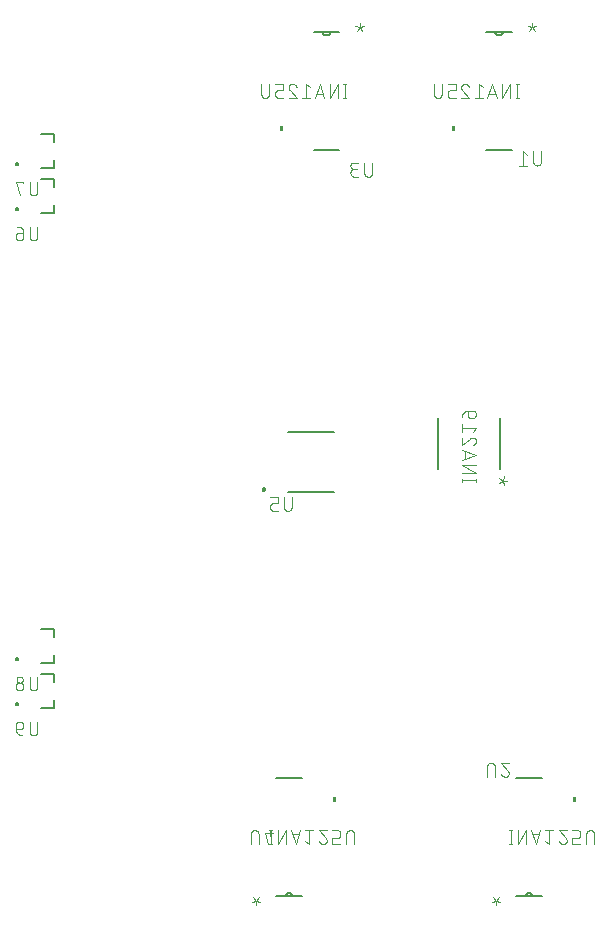
<source format=gbr>
G04 EAGLE Gerber RS-274X export*
G75*
%MOMM*%
%FSLAX34Y34*%
%LPD*%
%INSilkscreen Bottom*%
%IPPOS*%
%AMOC8*
5,1,8,0,0,1.08239X$1,22.5*%
G01*
%ADD10C,0.152400*%
%ADD11C,0.076200*%
%ADD12C,0.200000*%
%ADD13C,0.127000*%
%ADD14C,0.101600*%

G36*
X23243Y728220D02*
X23243Y728220D01*
X23245Y728219D01*
X23288Y728239D01*
X23332Y728257D01*
X23332Y728259D01*
X23334Y728260D01*
X23367Y728345D01*
X23367Y732155D01*
X23366Y732157D01*
X23367Y732159D01*
X23347Y732202D01*
X23329Y732246D01*
X23327Y732246D01*
X23326Y732248D01*
X23241Y732281D01*
X20701Y732281D01*
X20699Y732280D01*
X20697Y732281D01*
X20654Y732261D01*
X20610Y732243D01*
X20610Y732241D01*
X20608Y732240D01*
X20575Y732155D01*
X20575Y728345D01*
X20576Y728343D01*
X20575Y728341D01*
X20595Y728298D01*
X20613Y728254D01*
X20615Y728254D01*
X20616Y728252D01*
X20701Y728219D01*
X23241Y728219D01*
X23243Y728220D01*
G37*
G36*
X169293Y728220D02*
X169293Y728220D01*
X169295Y728219D01*
X169338Y728239D01*
X169382Y728257D01*
X169382Y728259D01*
X169384Y728260D01*
X169417Y728345D01*
X169417Y732155D01*
X169416Y732157D01*
X169417Y732159D01*
X169397Y732202D01*
X169379Y732246D01*
X169377Y732246D01*
X169376Y732248D01*
X169291Y732281D01*
X166751Y732281D01*
X166749Y732280D01*
X166747Y732281D01*
X166704Y732261D01*
X166660Y732243D01*
X166660Y732241D01*
X166658Y732240D01*
X166625Y732155D01*
X166625Y728345D01*
X166626Y728343D01*
X166625Y728341D01*
X166645Y728298D01*
X166663Y728254D01*
X166665Y728254D01*
X166666Y728252D01*
X166751Y728219D01*
X169291Y728219D01*
X169293Y728220D01*
G37*
G36*
X68201Y159895D02*
X68201Y159895D01*
X68203Y159894D01*
X68246Y159914D01*
X68290Y159932D01*
X68290Y159934D01*
X68292Y159935D01*
X68325Y160020D01*
X68325Y163830D01*
X68324Y163832D01*
X68325Y163834D01*
X68305Y163877D01*
X68287Y163921D01*
X68285Y163921D01*
X68284Y163923D01*
X68199Y163956D01*
X65659Y163956D01*
X65657Y163955D01*
X65655Y163956D01*
X65612Y163936D01*
X65568Y163918D01*
X65568Y163916D01*
X65566Y163915D01*
X65533Y163830D01*
X65533Y160020D01*
X65534Y160018D01*
X65533Y160016D01*
X65553Y159973D01*
X65571Y159929D01*
X65573Y159929D01*
X65574Y159927D01*
X65659Y159894D01*
X68199Y159894D01*
X68201Y159895D01*
G37*
G36*
X271401Y159895D02*
X271401Y159895D01*
X271403Y159894D01*
X271446Y159914D01*
X271490Y159932D01*
X271490Y159934D01*
X271492Y159935D01*
X271525Y160020D01*
X271525Y163830D01*
X271524Y163832D01*
X271525Y163834D01*
X271505Y163877D01*
X271487Y163921D01*
X271485Y163921D01*
X271484Y163923D01*
X271399Y163956D01*
X268859Y163956D01*
X268857Y163955D01*
X268855Y163956D01*
X268812Y163936D01*
X268768Y163918D01*
X268768Y163916D01*
X268766Y163915D01*
X268733Y163830D01*
X268733Y160020D01*
X268734Y160018D01*
X268733Y160016D01*
X268753Y159973D01*
X268771Y159929D01*
X268773Y159929D01*
X268774Y159927D01*
X268859Y159894D01*
X271399Y159894D01*
X271401Y159895D01*
G37*
D10*
X154559Y442214D02*
X154559Y484886D01*
X207391Y484886D02*
X207391Y442214D01*
D11*
X209367Y432019D02*
X213346Y432019D01*
X209367Y432019D02*
X206382Y434340D01*
X209367Y432019D02*
X206382Y429697D01*
X209367Y432019D02*
X210693Y435666D01*
X209367Y432019D02*
X210693Y428371D01*
X186944Y432491D02*
X175006Y432491D01*
X175006Y431165D02*
X175006Y433818D01*
X186944Y433818D02*
X186944Y431165D01*
X186944Y438700D02*
X175006Y438700D01*
X175006Y445333D02*
X186944Y438700D01*
X186944Y445333D02*
X175006Y445333D01*
X175006Y449848D02*
X186944Y453827D01*
X175006Y457807D01*
X177991Y456812D02*
X177991Y450843D01*
X186945Y465589D02*
X186943Y465696D01*
X186937Y465802D01*
X186928Y465908D01*
X186915Y466014D01*
X186898Y466119D01*
X186877Y466224D01*
X186852Y466327D01*
X186824Y466430D01*
X186792Y466532D01*
X186757Y466632D01*
X186718Y466731D01*
X186675Y466829D01*
X186629Y466925D01*
X186580Y467020D01*
X186527Y467112D01*
X186471Y467203D01*
X186412Y467291D01*
X186350Y467378D01*
X186284Y467462D01*
X186216Y467544D01*
X186145Y467623D01*
X186071Y467700D01*
X185994Y467774D01*
X185915Y467845D01*
X185833Y467913D01*
X185749Y467979D01*
X185662Y468041D01*
X185574Y468100D01*
X185483Y468156D01*
X185391Y468209D01*
X185296Y468258D01*
X185200Y468304D01*
X185102Y468347D01*
X185003Y468386D01*
X184903Y468421D01*
X184801Y468453D01*
X184698Y468481D01*
X184595Y468506D01*
X184490Y468527D01*
X184385Y468544D01*
X184279Y468557D01*
X184173Y468566D01*
X184067Y468572D01*
X183960Y468574D01*
X186944Y465589D02*
X186942Y465468D01*
X186936Y465348D01*
X186927Y465228D01*
X186914Y465108D01*
X186897Y464989D01*
X186876Y464870D01*
X186852Y464752D01*
X186823Y464635D01*
X186792Y464519D01*
X186756Y464403D01*
X186717Y464289D01*
X186674Y464177D01*
X186628Y464065D01*
X186579Y463955D01*
X186525Y463847D01*
X186469Y463741D01*
X186409Y463636D01*
X186346Y463533D01*
X186280Y463433D01*
X186211Y463334D01*
X186138Y463238D01*
X186063Y463144D01*
X185985Y463052D01*
X185903Y462963D01*
X185819Y462876D01*
X185733Y462793D01*
X185644Y462711D01*
X185552Y462633D01*
X185458Y462558D01*
X185361Y462486D01*
X185263Y462416D01*
X185162Y462350D01*
X185059Y462287D01*
X184954Y462228D01*
X184848Y462171D01*
X184739Y462118D01*
X184630Y462069D01*
X184518Y462023D01*
X184405Y461980D01*
X184291Y461942D01*
X181638Y467579D02*
X181718Y467659D01*
X181800Y467737D01*
X181884Y467811D01*
X181972Y467883D01*
X182062Y467951D01*
X182154Y468017D01*
X182248Y468079D01*
X182344Y468137D01*
X182443Y468192D01*
X182543Y468244D01*
X182645Y468292D01*
X182749Y468337D01*
X182854Y468377D01*
X182961Y468414D01*
X183069Y468448D01*
X183178Y468477D01*
X183288Y468503D01*
X183399Y468524D01*
X183510Y468542D01*
X183622Y468556D01*
X183734Y468566D01*
X183847Y468572D01*
X183960Y468574D01*
X181638Y467579D02*
X175006Y461941D01*
X175006Y468573D01*
X184291Y473371D02*
X186944Y476687D01*
X175006Y476687D01*
X175006Y473371D02*
X175006Y480003D01*
X180312Y487454D02*
X180312Y491433D01*
X180312Y487454D02*
X180314Y487352D01*
X180320Y487251D01*
X180330Y487150D01*
X180343Y487049D01*
X180361Y486949D01*
X180382Y486850D01*
X180407Y486751D01*
X180436Y486654D01*
X180468Y486557D01*
X180504Y486462D01*
X180544Y486369D01*
X180587Y486277D01*
X180634Y486187D01*
X180685Y486098D01*
X180738Y486012D01*
X180795Y485928D01*
X180855Y485846D01*
X180918Y485766D01*
X180984Y485689D01*
X181053Y485614D01*
X181125Y485542D01*
X181200Y485473D01*
X181277Y485407D01*
X181357Y485344D01*
X181439Y485284D01*
X181523Y485227D01*
X181609Y485174D01*
X181698Y485123D01*
X181788Y485076D01*
X181880Y485033D01*
X181973Y484993D01*
X182068Y484957D01*
X182165Y484925D01*
X182262Y484896D01*
X182361Y484871D01*
X182460Y484850D01*
X182560Y484832D01*
X182661Y484819D01*
X182762Y484809D01*
X182863Y484803D01*
X182965Y484801D01*
X183628Y484801D01*
X183742Y484803D01*
X183857Y484809D01*
X183971Y484819D01*
X184084Y484833D01*
X184198Y484850D01*
X184310Y484872D01*
X184422Y484897D01*
X184532Y484927D01*
X184642Y484960D01*
X184750Y484997D01*
X184857Y485037D01*
X184963Y485082D01*
X185067Y485129D01*
X185169Y485181D01*
X185269Y485236D01*
X185368Y485294D01*
X185464Y485356D01*
X185559Y485421D01*
X185650Y485489D01*
X185740Y485561D01*
X185827Y485635D01*
X185911Y485712D01*
X185993Y485793D01*
X186072Y485876D01*
X186148Y485961D01*
X186221Y486050D01*
X186290Y486140D01*
X186357Y486233D01*
X186420Y486329D01*
X186480Y486426D01*
X186537Y486526D01*
X186590Y486627D01*
X186640Y486730D01*
X186686Y486835D01*
X186729Y486941D01*
X186767Y487049D01*
X186802Y487158D01*
X186833Y487268D01*
X186861Y487379D01*
X186884Y487491D01*
X186904Y487604D01*
X186920Y487717D01*
X186932Y487831D01*
X186940Y487945D01*
X186944Y488060D01*
X186944Y488174D01*
X186940Y488289D01*
X186932Y488403D01*
X186920Y488517D01*
X186904Y488630D01*
X186884Y488743D01*
X186861Y488855D01*
X186833Y488966D01*
X186802Y489076D01*
X186767Y489185D01*
X186729Y489293D01*
X186686Y489399D01*
X186640Y489504D01*
X186590Y489607D01*
X186537Y489708D01*
X186480Y489808D01*
X186420Y489905D01*
X186357Y490001D01*
X186290Y490094D01*
X186221Y490184D01*
X186148Y490273D01*
X186072Y490358D01*
X185993Y490441D01*
X185911Y490522D01*
X185827Y490599D01*
X185740Y490673D01*
X185650Y490745D01*
X185559Y490813D01*
X185464Y490878D01*
X185368Y490940D01*
X185269Y490998D01*
X185169Y491053D01*
X185067Y491105D01*
X184963Y491152D01*
X184857Y491197D01*
X184750Y491237D01*
X184642Y491274D01*
X184532Y491307D01*
X184422Y491337D01*
X184310Y491362D01*
X184198Y491384D01*
X184084Y491401D01*
X183971Y491415D01*
X183857Y491425D01*
X183742Y491431D01*
X183628Y491433D01*
X180312Y491433D01*
X180312Y491434D02*
X180168Y491432D01*
X180025Y491426D01*
X179881Y491416D01*
X179738Y491403D01*
X179596Y491385D01*
X179454Y491364D01*
X179312Y491339D01*
X179171Y491310D01*
X179031Y491277D01*
X178892Y491241D01*
X178755Y491200D01*
X178618Y491156D01*
X178482Y491109D01*
X178348Y491057D01*
X178215Y491002D01*
X178084Y490944D01*
X177954Y490881D01*
X177827Y490816D01*
X177701Y490747D01*
X177576Y490674D01*
X177454Y490599D01*
X177334Y490520D01*
X177217Y490437D01*
X177101Y490352D01*
X176988Y490264D01*
X176877Y490172D01*
X176769Y490078D01*
X176663Y489980D01*
X176560Y489880D01*
X176460Y489777D01*
X176362Y489671D01*
X176268Y489563D01*
X176176Y489452D01*
X176088Y489339D01*
X176003Y489223D01*
X175920Y489106D01*
X175841Y488986D01*
X175766Y488864D01*
X175693Y488739D01*
X175624Y488613D01*
X175559Y488486D01*
X175496Y488356D01*
X175438Y488225D01*
X175383Y488092D01*
X175331Y487958D01*
X175284Y487822D01*
X175240Y487685D01*
X175199Y487548D01*
X175163Y487409D01*
X175130Y487269D01*
X175101Y487128D01*
X175076Y486986D01*
X175055Y486844D01*
X175037Y486702D01*
X175024Y486559D01*
X175014Y486415D01*
X175008Y486272D01*
X175006Y486128D01*
D10*
X195453Y711962D02*
X217297Y711962D01*
X203327Y812038D02*
X195453Y812038D01*
X203327Y812038D02*
X209423Y812038D01*
X217297Y812038D01*
X209423Y812038D02*
X209421Y811929D01*
X209415Y811821D01*
X209406Y811712D01*
X209392Y811604D01*
X209375Y811497D01*
X209353Y811390D01*
X209328Y811284D01*
X209300Y811179D01*
X209267Y811075D01*
X209231Y810973D01*
X209191Y810872D01*
X209148Y810772D01*
X209101Y810674D01*
X209050Y810577D01*
X208996Y810483D01*
X208939Y810390D01*
X208879Y810300D01*
X208815Y810211D01*
X208748Y810125D01*
X208679Y810042D01*
X208606Y809961D01*
X208530Y809883D01*
X208452Y809807D01*
X208371Y809734D01*
X208288Y809665D01*
X208202Y809598D01*
X208113Y809534D01*
X208023Y809474D01*
X207930Y809417D01*
X207836Y809363D01*
X207739Y809312D01*
X207641Y809265D01*
X207541Y809222D01*
X207440Y809182D01*
X207338Y809146D01*
X207234Y809113D01*
X207129Y809085D01*
X207023Y809060D01*
X206916Y809038D01*
X206809Y809021D01*
X206701Y809007D01*
X206592Y808998D01*
X206484Y808992D01*
X206375Y808990D01*
X206266Y808992D01*
X206158Y808998D01*
X206049Y809007D01*
X205941Y809021D01*
X205834Y809038D01*
X205727Y809060D01*
X205621Y809085D01*
X205516Y809113D01*
X205412Y809146D01*
X205310Y809182D01*
X205209Y809222D01*
X205109Y809265D01*
X205011Y809312D01*
X204914Y809363D01*
X204820Y809417D01*
X204727Y809474D01*
X204637Y809534D01*
X204548Y809598D01*
X204462Y809665D01*
X204379Y809734D01*
X204298Y809807D01*
X204220Y809883D01*
X204144Y809961D01*
X204071Y810042D01*
X204002Y810125D01*
X203935Y810211D01*
X203871Y810300D01*
X203811Y810390D01*
X203754Y810483D01*
X203700Y810577D01*
X203649Y810674D01*
X203602Y810772D01*
X203559Y810872D01*
X203519Y810973D01*
X203483Y811075D01*
X203450Y811179D01*
X203422Y811284D01*
X203397Y811390D01*
X203375Y811497D01*
X203358Y811604D01*
X203344Y811712D01*
X203335Y811821D01*
X203329Y811929D01*
X203327Y812038D01*
D11*
X234350Y815792D02*
X234350Y819771D01*
X234350Y815792D02*
X232029Y812807D01*
X234350Y815792D02*
X236672Y812807D01*
X234350Y815792D02*
X230703Y817118D01*
X234350Y815792D02*
X237998Y817118D01*
X241935Y710819D02*
X241935Y702197D01*
X241933Y702083D01*
X241927Y701968D01*
X241917Y701854D01*
X241903Y701741D01*
X241886Y701627D01*
X241864Y701515D01*
X241839Y701403D01*
X241809Y701293D01*
X241776Y701183D01*
X241739Y701075D01*
X241699Y700968D01*
X241654Y700862D01*
X241607Y700758D01*
X241555Y700656D01*
X241500Y700556D01*
X241442Y700457D01*
X241380Y700361D01*
X241315Y700266D01*
X241247Y700175D01*
X241175Y700085D01*
X241101Y699998D01*
X241024Y699914D01*
X240943Y699832D01*
X240860Y699753D01*
X240775Y699677D01*
X240686Y699604D01*
X240596Y699535D01*
X240503Y699468D01*
X240407Y699405D01*
X240310Y699345D01*
X240210Y699288D01*
X240109Y699235D01*
X240006Y699185D01*
X239901Y699139D01*
X239795Y699096D01*
X239687Y699058D01*
X239578Y699023D01*
X239468Y698992D01*
X239357Y698964D01*
X239245Y698941D01*
X239132Y698921D01*
X239019Y698905D01*
X238905Y698893D01*
X238791Y698885D01*
X238676Y698881D01*
X238562Y698881D01*
X238447Y698885D01*
X238333Y698893D01*
X238219Y698905D01*
X238106Y698921D01*
X237993Y698941D01*
X237881Y698964D01*
X237770Y698992D01*
X237660Y699023D01*
X237551Y699058D01*
X237443Y699096D01*
X237337Y699139D01*
X237232Y699185D01*
X237129Y699235D01*
X237028Y699288D01*
X236928Y699345D01*
X236831Y699405D01*
X236735Y699468D01*
X236642Y699535D01*
X236552Y699604D01*
X236463Y699677D01*
X236378Y699753D01*
X236295Y699832D01*
X236214Y699914D01*
X236137Y699998D01*
X236063Y700085D01*
X235991Y700175D01*
X235923Y700266D01*
X235858Y700361D01*
X235796Y700457D01*
X235738Y700556D01*
X235683Y700656D01*
X235631Y700758D01*
X235584Y700862D01*
X235539Y700968D01*
X235499Y701075D01*
X235462Y701183D01*
X235429Y701293D01*
X235399Y701403D01*
X235374Y701515D01*
X235352Y701627D01*
X235335Y701741D01*
X235321Y701854D01*
X235311Y701968D01*
X235305Y702083D01*
X235303Y702197D01*
X235303Y710819D01*
X230124Y708166D02*
X226808Y710819D01*
X226808Y698881D01*
X230124Y698881D02*
X223492Y698881D01*
X221940Y756031D02*
X221940Y767969D01*
X223266Y756031D02*
X220613Y756031D01*
X220613Y767969D02*
X223266Y767969D01*
X215731Y767969D02*
X215731Y756031D01*
X209098Y756031D02*
X215731Y767969D01*
X209098Y767969D02*
X209098Y756031D01*
X204583Y756031D02*
X200604Y767969D01*
X196624Y756031D01*
X197619Y759016D02*
X203588Y759016D01*
X192490Y765316D02*
X189174Y767969D01*
X189174Y756031D01*
X192490Y756031D02*
X185858Y756031D01*
X174427Y764985D02*
X174429Y765092D01*
X174435Y765198D01*
X174444Y765304D01*
X174457Y765410D01*
X174474Y765515D01*
X174495Y765620D01*
X174520Y765723D01*
X174548Y765826D01*
X174580Y765928D01*
X174615Y766028D01*
X174654Y766127D01*
X174697Y766225D01*
X174743Y766321D01*
X174792Y766416D01*
X174845Y766508D01*
X174901Y766599D01*
X174960Y766687D01*
X175022Y766774D01*
X175088Y766858D01*
X175156Y766940D01*
X175227Y767019D01*
X175301Y767096D01*
X175378Y767170D01*
X175457Y767241D01*
X175539Y767309D01*
X175623Y767375D01*
X175710Y767437D01*
X175798Y767496D01*
X175889Y767552D01*
X175981Y767605D01*
X176076Y767654D01*
X176172Y767700D01*
X176270Y767743D01*
X176369Y767782D01*
X176469Y767817D01*
X176571Y767849D01*
X176674Y767877D01*
X176777Y767902D01*
X176882Y767923D01*
X176987Y767940D01*
X177093Y767953D01*
X177199Y767962D01*
X177305Y767968D01*
X177412Y767970D01*
X177412Y767969D02*
X177533Y767967D01*
X177653Y767961D01*
X177773Y767952D01*
X177893Y767939D01*
X178012Y767922D01*
X178131Y767901D01*
X178249Y767877D01*
X178366Y767848D01*
X178482Y767817D01*
X178598Y767781D01*
X178712Y767742D01*
X178824Y767699D01*
X178936Y767653D01*
X179046Y767604D01*
X179154Y767550D01*
X179260Y767494D01*
X179365Y767434D01*
X179468Y767371D01*
X179568Y767305D01*
X179667Y767236D01*
X179763Y767163D01*
X179857Y767088D01*
X179949Y767010D01*
X180038Y766928D01*
X180125Y766844D01*
X180209Y766758D01*
X180290Y766669D01*
X180368Y766577D01*
X180443Y766483D01*
X180515Y766386D01*
X180585Y766288D01*
X180651Y766187D01*
X180714Y766084D01*
X180773Y765979D01*
X180830Y765873D01*
X180883Y765764D01*
X180932Y765655D01*
X180978Y765543D01*
X181021Y765430D01*
X181059Y765316D01*
X175422Y762663D02*
X175342Y762743D01*
X175264Y762825D01*
X175190Y762909D01*
X175118Y762997D01*
X175050Y763087D01*
X174984Y763179D01*
X174922Y763273D01*
X174864Y763369D01*
X174809Y763468D01*
X174757Y763568D01*
X174709Y763670D01*
X174664Y763774D01*
X174624Y763879D01*
X174587Y763986D01*
X174553Y764094D01*
X174524Y764203D01*
X174498Y764313D01*
X174477Y764424D01*
X174459Y764535D01*
X174445Y764647D01*
X174435Y764759D01*
X174429Y764872D01*
X174427Y764985D01*
X175422Y762663D02*
X181060Y756031D01*
X174428Y756031D01*
X169630Y756031D02*
X165651Y756031D01*
X165549Y756033D01*
X165448Y756039D01*
X165347Y756049D01*
X165246Y756062D01*
X165146Y756080D01*
X165047Y756101D01*
X164948Y756126D01*
X164851Y756155D01*
X164754Y756187D01*
X164659Y756223D01*
X164566Y756263D01*
X164474Y756306D01*
X164384Y756353D01*
X164295Y756404D01*
X164209Y756457D01*
X164125Y756514D01*
X164043Y756574D01*
X163963Y756637D01*
X163886Y756703D01*
X163811Y756772D01*
X163739Y756844D01*
X163670Y756919D01*
X163604Y756996D01*
X163541Y757076D01*
X163481Y757158D01*
X163424Y757242D01*
X163371Y757328D01*
X163320Y757417D01*
X163273Y757507D01*
X163230Y757599D01*
X163190Y757692D01*
X163154Y757787D01*
X163122Y757883D01*
X163093Y757981D01*
X163068Y758079D01*
X163047Y758179D01*
X163029Y758279D01*
X163016Y758380D01*
X163006Y758481D01*
X163000Y758582D01*
X162998Y758684D01*
X162998Y760010D01*
X162997Y760010D02*
X162999Y760112D01*
X163005Y760213D01*
X163015Y760314D01*
X163028Y760415D01*
X163046Y760515D01*
X163067Y760614D01*
X163092Y760713D01*
X163121Y760810D01*
X163153Y760907D01*
X163189Y761002D01*
X163229Y761095D01*
X163272Y761187D01*
X163319Y761277D01*
X163370Y761366D01*
X163423Y761452D01*
X163480Y761536D01*
X163540Y761618D01*
X163603Y761698D01*
X163669Y761775D01*
X163738Y761850D01*
X163810Y761922D01*
X163885Y761991D01*
X163962Y762057D01*
X164042Y762120D01*
X164124Y762180D01*
X164208Y762237D01*
X164294Y762290D01*
X164383Y762341D01*
X164473Y762388D01*
X164565Y762431D01*
X164658Y762471D01*
X164753Y762507D01*
X164850Y762539D01*
X164947Y762568D01*
X165046Y762593D01*
X165145Y762614D01*
X165245Y762632D01*
X165346Y762645D01*
X165447Y762655D01*
X165548Y762661D01*
X165650Y762663D01*
X165651Y762663D02*
X169630Y762663D01*
X169630Y767969D01*
X162998Y767969D01*
X157819Y767969D02*
X157819Y759347D01*
X157817Y759233D01*
X157811Y759118D01*
X157801Y759004D01*
X157787Y758891D01*
X157770Y758777D01*
X157748Y758665D01*
X157723Y758553D01*
X157693Y758443D01*
X157660Y758333D01*
X157623Y758225D01*
X157583Y758118D01*
X157538Y758012D01*
X157491Y757908D01*
X157439Y757806D01*
X157384Y757706D01*
X157326Y757607D01*
X157264Y757511D01*
X157199Y757416D01*
X157131Y757325D01*
X157059Y757235D01*
X156985Y757148D01*
X156908Y757064D01*
X156827Y756982D01*
X156744Y756903D01*
X156659Y756827D01*
X156570Y756754D01*
X156480Y756685D01*
X156387Y756618D01*
X156291Y756555D01*
X156194Y756495D01*
X156094Y756438D01*
X155993Y756385D01*
X155890Y756335D01*
X155785Y756289D01*
X155679Y756246D01*
X155571Y756208D01*
X155462Y756173D01*
X155352Y756142D01*
X155241Y756114D01*
X155129Y756091D01*
X155016Y756071D01*
X154903Y756055D01*
X154789Y756043D01*
X154675Y756035D01*
X154560Y756031D01*
X154446Y756031D01*
X154331Y756035D01*
X154217Y756043D01*
X154103Y756055D01*
X153990Y756071D01*
X153877Y756091D01*
X153765Y756114D01*
X153654Y756142D01*
X153544Y756173D01*
X153435Y756208D01*
X153327Y756246D01*
X153221Y756289D01*
X153116Y756335D01*
X153013Y756385D01*
X152912Y756438D01*
X152812Y756495D01*
X152715Y756555D01*
X152619Y756618D01*
X152526Y756685D01*
X152436Y756754D01*
X152347Y756827D01*
X152262Y756903D01*
X152179Y756982D01*
X152098Y757064D01*
X152021Y757148D01*
X151947Y757235D01*
X151875Y757325D01*
X151807Y757416D01*
X151742Y757511D01*
X151680Y757607D01*
X151622Y757706D01*
X151567Y757806D01*
X151515Y757908D01*
X151468Y758012D01*
X151423Y758118D01*
X151383Y758225D01*
X151346Y758333D01*
X151313Y758443D01*
X151283Y758553D01*
X151258Y758665D01*
X151236Y758777D01*
X151219Y758891D01*
X151205Y759004D01*
X151195Y759118D01*
X151189Y759233D01*
X151187Y759347D01*
X151187Y767969D01*
D10*
X220853Y180213D02*
X242697Y180213D01*
X242697Y80137D02*
X234823Y80137D01*
X228727Y80137D01*
X220853Y80137D01*
X228727Y80137D02*
X228729Y80246D01*
X228735Y80354D01*
X228744Y80463D01*
X228758Y80571D01*
X228775Y80678D01*
X228797Y80785D01*
X228822Y80891D01*
X228850Y80996D01*
X228883Y81100D01*
X228919Y81202D01*
X228959Y81303D01*
X229002Y81403D01*
X229049Y81501D01*
X229100Y81598D01*
X229154Y81692D01*
X229211Y81785D01*
X229271Y81875D01*
X229335Y81964D01*
X229402Y82050D01*
X229471Y82133D01*
X229544Y82214D01*
X229620Y82292D01*
X229698Y82368D01*
X229779Y82441D01*
X229862Y82510D01*
X229948Y82577D01*
X230037Y82641D01*
X230127Y82701D01*
X230220Y82758D01*
X230314Y82812D01*
X230411Y82863D01*
X230509Y82910D01*
X230609Y82953D01*
X230710Y82993D01*
X230812Y83029D01*
X230916Y83062D01*
X231021Y83090D01*
X231127Y83115D01*
X231234Y83137D01*
X231341Y83154D01*
X231449Y83168D01*
X231558Y83177D01*
X231666Y83183D01*
X231775Y83185D01*
X231884Y83183D01*
X231992Y83177D01*
X232101Y83168D01*
X232209Y83154D01*
X232316Y83137D01*
X232423Y83115D01*
X232529Y83090D01*
X232634Y83062D01*
X232738Y83029D01*
X232840Y82993D01*
X232941Y82953D01*
X233041Y82910D01*
X233139Y82863D01*
X233236Y82812D01*
X233330Y82758D01*
X233423Y82701D01*
X233513Y82641D01*
X233602Y82577D01*
X233688Y82510D01*
X233771Y82441D01*
X233852Y82368D01*
X233930Y82292D01*
X234006Y82214D01*
X234079Y82133D01*
X234148Y82050D01*
X234215Y81964D01*
X234279Y81875D01*
X234339Y81785D01*
X234396Y81692D01*
X234450Y81598D01*
X234501Y81501D01*
X234548Y81403D01*
X234591Y81303D01*
X234631Y81202D01*
X234667Y81100D01*
X234700Y80996D01*
X234728Y80891D01*
X234753Y80785D01*
X234775Y80678D01*
X234792Y80571D01*
X234806Y80463D01*
X234815Y80354D01*
X234821Y80246D01*
X234823Y80137D01*
D11*
X203800Y76383D02*
X203800Y72404D01*
X203800Y76383D02*
X206121Y79368D01*
X203800Y76383D02*
X201478Y79368D01*
X203800Y76383D02*
X207447Y75057D01*
X203800Y76383D02*
X200152Y75057D01*
X196215Y181356D02*
X196215Y189978D01*
X196217Y190092D01*
X196223Y190207D01*
X196233Y190321D01*
X196247Y190434D01*
X196264Y190548D01*
X196286Y190660D01*
X196311Y190772D01*
X196341Y190882D01*
X196374Y190992D01*
X196411Y191100D01*
X196451Y191207D01*
X196496Y191313D01*
X196543Y191417D01*
X196595Y191519D01*
X196650Y191619D01*
X196708Y191718D01*
X196770Y191814D01*
X196835Y191909D01*
X196903Y192000D01*
X196975Y192090D01*
X197049Y192177D01*
X197126Y192261D01*
X197207Y192343D01*
X197290Y192422D01*
X197375Y192498D01*
X197464Y192571D01*
X197554Y192640D01*
X197647Y192707D01*
X197743Y192770D01*
X197840Y192830D01*
X197940Y192887D01*
X198041Y192940D01*
X198144Y192990D01*
X198249Y193036D01*
X198355Y193079D01*
X198463Y193117D01*
X198572Y193152D01*
X198682Y193183D01*
X198793Y193211D01*
X198905Y193234D01*
X199018Y193254D01*
X199131Y193270D01*
X199245Y193282D01*
X199359Y193290D01*
X199474Y193294D01*
X199588Y193294D01*
X199703Y193290D01*
X199817Y193282D01*
X199931Y193270D01*
X200044Y193254D01*
X200157Y193234D01*
X200269Y193211D01*
X200380Y193183D01*
X200490Y193152D01*
X200599Y193117D01*
X200707Y193079D01*
X200813Y193036D01*
X200918Y192990D01*
X201021Y192940D01*
X201122Y192887D01*
X201222Y192830D01*
X201319Y192770D01*
X201415Y192707D01*
X201508Y192640D01*
X201598Y192571D01*
X201687Y192498D01*
X201772Y192422D01*
X201855Y192343D01*
X201936Y192261D01*
X202013Y192177D01*
X202087Y192090D01*
X202159Y192000D01*
X202227Y191909D01*
X202292Y191814D01*
X202354Y191718D01*
X202412Y191619D01*
X202467Y191519D01*
X202519Y191417D01*
X202566Y191313D01*
X202611Y191207D01*
X202651Y191100D01*
X202688Y190992D01*
X202721Y190882D01*
X202751Y190772D01*
X202776Y190660D01*
X202798Y190548D01*
X202815Y190434D01*
X202829Y190321D01*
X202839Y190207D01*
X202845Y190092D01*
X202847Y189978D01*
X202847Y181356D01*
X211674Y181356D02*
X211781Y181358D01*
X211887Y181364D01*
X211993Y181373D01*
X212099Y181386D01*
X212204Y181403D01*
X212309Y181424D01*
X212412Y181449D01*
X212515Y181477D01*
X212617Y181509D01*
X212717Y181544D01*
X212816Y181583D01*
X212914Y181626D01*
X213010Y181672D01*
X213105Y181721D01*
X213197Y181774D01*
X213288Y181830D01*
X213376Y181889D01*
X213463Y181951D01*
X213547Y182017D01*
X213629Y182085D01*
X213708Y182156D01*
X213785Y182230D01*
X213859Y182307D01*
X213930Y182386D01*
X213998Y182468D01*
X214064Y182552D01*
X214126Y182639D01*
X214185Y182727D01*
X214241Y182818D01*
X214294Y182910D01*
X214343Y183005D01*
X214389Y183101D01*
X214432Y183199D01*
X214471Y183298D01*
X214506Y183398D01*
X214538Y183500D01*
X214566Y183603D01*
X214591Y183706D01*
X214612Y183811D01*
X214629Y183916D01*
X214642Y184022D01*
X214651Y184128D01*
X214657Y184234D01*
X214659Y184341D01*
X211674Y181356D02*
X211553Y181358D01*
X211433Y181364D01*
X211313Y181373D01*
X211193Y181386D01*
X211074Y181403D01*
X210955Y181424D01*
X210837Y181448D01*
X210720Y181477D01*
X210604Y181508D01*
X210488Y181544D01*
X210374Y181583D01*
X210262Y181626D01*
X210150Y181672D01*
X210040Y181721D01*
X209932Y181775D01*
X209826Y181831D01*
X209721Y181891D01*
X209618Y181954D01*
X209518Y182020D01*
X209419Y182089D01*
X209323Y182162D01*
X209229Y182237D01*
X209137Y182315D01*
X209048Y182397D01*
X208961Y182481D01*
X208877Y182567D01*
X208796Y182656D01*
X208718Y182748D01*
X208643Y182842D01*
X208571Y182939D01*
X208501Y183037D01*
X208435Y183138D01*
X208372Y183241D01*
X208313Y183346D01*
X208256Y183452D01*
X208203Y183561D01*
X208154Y183670D01*
X208108Y183782D01*
X208065Y183895D01*
X208027Y184009D01*
X213664Y186663D02*
X213744Y186583D01*
X213822Y186501D01*
X213896Y186417D01*
X213968Y186329D01*
X214036Y186240D01*
X214102Y186147D01*
X214164Y186053D01*
X214222Y185957D01*
X214277Y185858D01*
X214329Y185758D01*
X214377Y185656D01*
X214422Y185552D01*
X214462Y185447D01*
X214499Y185340D01*
X214533Y185232D01*
X214562Y185123D01*
X214588Y185013D01*
X214609Y184902D01*
X214627Y184791D01*
X214641Y184679D01*
X214651Y184567D01*
X214657Y184454D01*
X214659Y184341D01*
X213663Y186662D02*
X208026Y193294D01*
X214658Y193294D01*
X216210Y136144D02*
X216210Y124206D01*
X214884Y136144D02*
X217537Y136144D01*
X217537Y124206D02*
X214884Y124206D01*
X222419Y124206D02*
X222419Y136144D01*
X229052Y136144D02*
X222419Y124206D01*
X229052Y124206D02*
X229052Y136144D01*
X233567Y136144D02*
X237546Y124206D01*
X241526Y136144D01*
X240531Y133160D02*
X234562Y133160D01*
X245660Y126859D02*
X248976Y124206D01*
X248976Y136144D01*
X245660Y136144D02*
X252292Y136144D01*
X263723Y127191D02*
X263721Y127084D01*
X263715Y126978D01*
X263706Y126872D01*
X263693Y126766D01*
X263676Y126661D01*
X263655Y126556D01*
X263630Y126453D01*
X263602Y126350D01*
X263570Y126248D01*
X263535Y126148D01*
X263496Y126049D01*
X263453Y125951D01*
X263407Y125855D01*
X263358Y125760D01*
X263305Y125668D01*
X263249Y125577D01*
X263190Y125489D01*
X263128Y125402D01*
X263062Y125318D01*
X262994Y125236D01*
X262923Y125157D01*
X262849Y125080D01*
X262772Y125006D01*
X262693Y124935D01*
X262611Y124867D01*
X262527Y124801D01*
X262440Y124739D01*
X262352Y124680D01*
X262261Y124624D01*
X262169Y124571D01*
X262074Y124522D01*
X261978Y124476D01*
X261880Y124433D01*
X261781Y124394D01*
X261681Y124359D01*
X261579Y124327D01*
X261476Y124299D01*
X261373Y124274D01*
X261268Y124253D01*
X261163Y124236D01*
X261057Y124223D01*
X260951Y124214D01*
X260845Y124208D01*
X260738Y124206D01*
X260617Y124208D01*
X260497Y124214D01*
X260377Y124223D01*
X260257Y124236D01*
X260138Y124253D01*
X260019Y124274D01*
X259901Y124298D01*
X259784Y124327D01*
X259668Y124358D01*
X259552Y124394D01*
X259438Y124433D01*
X259326Y124476D01*
X259214Y124522D01*
X259104Y124571D01*
X258996Y124625D01*
X258890Y124681D01*
X258785Y124741D01*
X258682Y124804D01*
X258582Y124870D01*
X258483Y124939D01*
X258387Y125012D01*
X258293Y125087D01*
X258201Y125165D01*
X258112Y125247D01*
X258025Y125331D01*
X257941Y125417D01*
X257860Y125506D01*
X257782Y125598D01*
X257707Y125692D01*
X257635Y125789D01*
X257565Y125887D01*
X257499Y125988D01*
X257436Y126091D01*
X257377Y126196D01*
X257320Y126302D01*
X257267Y126411D01*
X257218Y126520D01*
X257172Y126632D01*
X257129Y126745D01*
X257091Y126859D01*
X262728Y129513D02*
X262808Y129433D01*
X262886Y129351D01*
X262960Y129267D01*
X263032Y129179D01*
X263100Y129090D01*
X263166Y128997D01*
X263228Y128903D01*
X263286Y128807D01*
X263341Y128708D01*
X263393Y128608D01*
X263441Y128506D01*
X263486Y128402D01*
X263526Y128297D01*
X263563Y128190D01*
X263597Y128082D01*
X263626Y127973D01*
X263652Y127863D01*
X263673Y127752D01*
X263691Y127641D01*
X263705Y127529D01*
X263715Y127417D01*
X263721Y127304D01*
X263723Y127191D01*
X262728Y129512D02*
X257090Y136144D01*
X263722Y136144D01*
X268520Y136144D02*
X272500Y136144D01*
X272602Y136142D01*
X272703Y136136D01*
X272804Y136126D01*
X272905Y136113D01*
X273005Y136095D01*
X273104Y136074D01*
X273203Y136049D01*
X273300Y136020D01*
X273397Y135988D01*
X273492Y135952D01*
X273585Y135912D01*
X273677Y135869D01*
X273767Y135822D01*
X273856Y135771D01*
X273942Y135718D01*
X274026Y135661D01*
X274108Y135601D01*
X274188Y135538D01*
X274265Y135472D01*
X274340Y135403D01*
X274412Y135331D01*
X274481Y135256D01*
X274547Y135179D01*
X274610Y135099D01*
X274670Y135017D01*
X274727Y134933D01*
X274780Y134847D01*
X274831Y134758D01*
X274878Y134668D01*
X274921Y134576D01*
X274961Y134483D01*
X274997Y134388D01*
X275029Y134291D01*
X275058Y134194D01*
X275083Y134096D01*
X275104Y133996D01*
X275122Y133896D01*
X275135Y133795D01*
X275145Y133694D01*
X275151Y133593D01*
X275153Y133491D01*
X275152Y133491D02*
X275152Y132165D01*
X275150Y132063D01*
X275144Y131962D01*
X275134Y131861D01*
X275121Y131760D01*
X275103Y131660D01*
X275082Y131561D01*
X275057Y131462D01*
X275028Y131365D01*
X274996Y131268D01*
X274960Y131173D01*
X274920Y131080D01*
X274877Y130988D01*
X274830Y130898D01*
X274779Y130809D01*
X274726Y130723D01*
X274669Y130639D01*
X274609Y130557D01*
X274546Y130477D01*
X274480Y130400D01*
X274411Y130325D01*
X274339Y130253D01*
X274264Y130184D01*
X274187Y130118D01*
X274107Y130055D01*
X274025Y129995D01*
X273941Y129938D01*
X273855Y129885D01*
X273766Y129834D01*
X273676Y129787D01*
X273584Y129744D01*
X273491Y129704D01*
X273396Y129668D01*
X273299Y129636D01*
X273202Y129607D01*
X273104Y129582D01*
X273004Y129561D01*
X272904Y129543D01*
X272803Y129530D01*
X272702Y129520D01*
X272601Y129514D01*
X272499Y129512D01*
X272500Y129512D02*
X268520Y129512D01*
X268520Y124206D01*
X275152Y124206D01*
X280331Y124206D02*
X280331Y132828D01*
X280333Y132942D01*
X280339Y133057D01*
X280349Y133171D01*
X280363Y133284D01*
X280380Y133398D01*
X280402Y133510D01*
X280427Y133622D01*
X280457Y133732D01*
X280490Y133842D01*
X280527Y133950D01*
X280567Y134057D01*
X280612Y134163D01*
X280659Y134267D01*
X280711Y134369D01*
X280766Y134469D01*
X280824Y134568D01*
X280886Y134664D01*
X280951Y134759D01*
X281019Y134850D01*
X281091Y134940D01*
X281165Y135027D01*
X281242Y135111D01*
X281323Y135193D01*
X281406Y135272D01*
X281491Y135348D01*
X281580Y135421D01*
X281670Y135490D01*
X281763Y135557D01*
X281859Y135620D01*
X281956Y135680D01*
X282056Y135737D01*
X282157Y135790D01*
X282260Y135840D01*
X282365Y135886D01*
X282471Y135929D01*
X282579Y135967D01*
X282688Y136002D01*
X282798Y136033D01*
X282909Y136061D01*
X283021Y136084D01*
X283134Y136104D01*
X283247Y136120D01*
X283361Y136132D01*
X283475Y136140D01*
X283590Y136144D01*
X283704Y136144D01*
X283819Y136140D01*
X283933Y136132D01*
X284047Y136120D01*
X284160Y136104D01*
X284273Y136084D01*
X284385Y136061D01*
X284496Y136033D01*
X284606Y136002D01*
X284715Y135967D01*
X284823Y135929D01*
X284929Y135886D01*
X285034Y135840D01*
X285137Y135790D01*
X285238Y135737D01*
X285338Y135680D01*
X285435Y135620D01*
X285531Y135557D01*
X285624Y135490D01*
X285714Y135421D01*
X285803Y135348D01*
X285888Y135272D01*
X285971Y135193D01*
X286052Y135111D01*
X286129Y135027D01*
X286203Y134940D01*
X286275Y134850D01*
X286343Y134759D01*
X286408Y134664D01*
X286470Y134568D01*
X286528Y134469D01*
X286583Y134369D01*
X286635Y134267D01*
X286682Y134163D01*
X286727Y134057D01*
X286767Y133950D01*
X286804Y133842D01*
X286837Y133732D01*
X286867Y133622D01*
X286892Y133510D01*
X286914Y133398D01*
X286931Y133284D01*
X286945Y133171D01*
X286955Y133057D01*
X286961Y132942D01*
X286963Y132828D01*
X286963Y124206D01*
D10*
X71247Y711962D02*
X49403Y711962D01*
X49403Y812038D02*
X57277Y812038D01*
X63373Y812038D01*
X71247Y812038D01*
X63373Y812038D02*
X63371Y811929D01*
X63365Y811821D01*
X63356Y811712D01*
X63342Y811604D01*
X63325Y811497D01*
X63303Y811390D01*
X63278Y811284D01*
X63250Y811179D01*
X63217Y811075D01*
X63181Y810973D01*
X63141Y810872D01*
X63098Y810772D01*
X63051Y810674D01*
X63000Y810577D01*
X62946Y810483D01*
X62889Y810390D01*
X62829Y810300D01*
X62765Y810211D01*
X62698Y810125D01*
X62629Y810042D01*
X62556Y809961D01*
X62480Y809883D01*
X62402Y809807D01*
X62321Y809734D01*
X62238Y809665D01*
X62152Y809598D01*
X62063Y809534D01*
X61973Y809474D01*
X61880Y809417D01*
X61786Y809363D01*
X61689Y809312D01*
X61591Y809265D01*
X61491Y809222D01*
X61390Y809182D01*
X61288Y809146D01*
X61184Y809113D01*
X61079Y809085D01*
X60973Y809060D01*
X60866Y809038D01*
X60759Y809021D01*
X60651Y809007D01*
X60542Y808998D01*
X60434Y808992D01*
X60325Y808990D01*
X60216Y808992D01*
X60108Y808998D01*
X59999Y809007D01*
X59891Y809021D01*
X59784Y809038D01*
X59677Y809060D01*
X59571Y809085D01*
X59466Y809113D01*
X59362Y809146D01*
X59260Y809182D01*
X59159Y809222D01*
X59059Y809265D01*
X58961Y809312D01*
X58864Y809363D01*
X58770Y809417D01*
X58677Y809474D01*
X58587Y809534D01*
X58498Y809598D01*
X58412Y809665D01*
X58329Y809734D01*
X58248Y809807D01*
X58170Y809883D01*
X58094Y809961D01*
X58021Y810042D01*
X57952Y810125D01*
X57885Y810211D01*
X57821Y810300D01*
X57761Y810390D01*
X57704Y810483D01*
X57650Y810577D01*
X57599Y810674D01*
X57552Y810772D01*
X57509Y810872D01*
X57469Y810973D01*
X57433Y811075D01*
X57400Y811179D01*
X57372Y811284D01*
X57347Y811390D01*
X57325Y811497D01*
X57308Y811604D01*
X57294Y811712D01*
X57285Y811821D01*
X57279Y811929D01*
X57277Y812038D01*
D11*
X88300Y815792D02*
X88300Y819771D01*
X88300Y815792D02*
X85979Y812807D01*
X88300Y815792D02*
X90622Y812807D01*
X88300Y815792D02*
X84653Y817118D01*
X88300Y815792D02*
X91948Y817118D01*
X99060Y701294D02*
X99060Y692672D01*
X99058Y692558D01*
X99052Y692443D01*
X99042Y692329D01*
X99028Y692216D01*
X99011Y692102D01*
X98989Y691990D01*
X98964Y691878D01*
X98934Y691768D01*
X98901Y691658D01*
X98864Y691550D01*
X98824Y691443D01*
X98779Y691337D01*
X98732Y691233D01*
X98680Y691131D01*
X98625Y691031D01*
X98567Y690932D01*
X98505Y690836D01*
X98440Y690741D01*
X98372Y690650D01*
X98300Y690560D01*
X98226Y690473D01*
X98149Y690389D01*
X98068Y690307D01*
X97985Y690228D01*
X97900Y690152D01*
X97811Y690079D01*
X97721Y690010D01*
X97628Y689943D01*
X97532Y689880D01*
X97435Y689820D01*
X97335Y689763D01*
X97234Y689710D01*
X97131Y689660D01*
X97026Y689614D01*
X96920Y689571D01*
X96812Y689533D01*
X96703Y689498D01*
X96593Y689467D01*
X96482Y689439D01*
X96370Y689416D01*
X96257Y689396D01*
X96144Y689380D01*
X96030Y689368D01*
X95916Y689360D01*
X95801Y689356D01*
X95687Y689356D01*
X95572Y689360D01*
X95458Y689368D01*
X95344Y689380D01*
X95231Y689396D01*
X95118Y689416D01*
X95006Y689439D01*
X94895Y689467D01*
X94785Y689498D01*
X94676Y689533D01*
X94568Y689571D01*
X94462Y689614D01*
X94357Y689660D01*
X94254Y689710D01*
X94153Y689763D01*
X94053Y689820D01*
X93956Y689880D01*
X93860Y689943D01*
X93767Y690010D01*
X93677Y690079D01*
X93588Y690152D01*
X93503Y690228D01*
X93420Y690307D01*
X93339Y690389D01*
X93262Y690473D01*
X93188Y690560D01*
X93116Y690650D01*
X93048Y690741D01*
X92983Y690836D01*
X92921Y690932D01*
X92863Y691031D01*
X92808Y691131D01*
X92756Y691233D01*
X92709Y691337D01*
X92664Y691443D01*
X92624Y691550D01*
X92587Y691658D01*
X92554Y691768D01*
X92524Y691878D01*
X92499Y691990D01*
X92477Y692102D01*
X92460Y692216D01*
X92446Y692329D01*
X92436Y692443D01*
X92430Y692558D01*
X92428Y692672D01*
X92428Y701294D01*
X87249Y689356D02*
X83933Y689356D01*
X83819Y689358D01*
X83704Y689364D01*
X83590Y689374D01*
X83477Y689388D01*
X83363Y689405D01*
X83251Y689427D01*
X83139Y689452D01*
X83029Y689482D01*
X82919Y689515D01*
X82811Y689552D01*
X82704Y689592D01*
X82598Y689637D01*
X82494Y689684D01*
X82392Y689736D01*
X82292Y689791D01*
X82193Y689849D01*
X82097Y689911D01*
X82002Y689976D01*
X81911Y690044D01*
X81821Y690116D01*
X81734Y690190D01*
X81650Y690267D01*
X81568Y690348D01*
X81489Y690431D01*
X81413Y690516D01*
X81340Y690605D01*
X81271Y690695D01*
X81204Y690788D01*
X81141Y690884D01*
X81081Y690981D01*
X81024Y691081D01*
X80971Y691182D01*
X80921Y691285D01*
X80875Y691390D01*
X80832Y691496D01*
X80794Y691604D01*
X80759Y691713D01*
X80728Y691823D01*
X80700Y691934D01*
X80677Y692046D01*
X80657Y692159D01*
X80641Y692272D01*
X80629Y692386D01*
X80621Y692500D01*
X80617Y692615D01*
X80617Y692729D01*
X80621Y692844D01*
X80629Y692958D01*
X80641Y693072D01*
X80657Y693185D01*
X80677Y693298D01*
X80700Y693410D01*
X80728Y693521D01*
X80759Y693631D01*
X80794Y693740D01*
X80832Y693848D01*
X80875Y693954D01*
X80921Y694059D01*
X80971Y694162D01*
X81024Y694263D01*
X81081Y694363D01*
X81141Y694460D01*
X81204Y694556D01*
X81271Y694649D01*
X81340Y694739D01*
X81413Y694828D01*
X81489Y694913D01*
X81568Y694996D01*
X81650Y695077D01*
X81734Y695154D01*
X81821Y695228D01*
X81911Y695300D01*
X82002Y695368D01*
X82097Y695433D01*
X82193Y695495D01*
X82292Y695553D01*
X82392Y695608D01*
X82494Y695660D01*
X82598Y695707D01*
X82704Y695752D01*
X82811Y695792D01*
X82919Y695829D01*
X83029Y695862D01*
X83139Y695892D01*
X83251Y695917D01*
X83363Y695939D01*
X83477Y695956D01*
X83590Y695970D01*
X83704Y695980D01*
X83819Y695986D01*
X83933Y695988D01*
X83270Y701294D02*
X87249Y701294D01*
X83270Y701294D02*
X83168Y701292D01*
X83067Y701286D01*
X82966Y701276D01*
X82865Y701263D01*
X82765Y701245D01*
X82666Y701224D01*
X82567Y701199D01*
X82470Y701170D01*
X82373Y701138D01*
X82278Y701102D01*
X82185Y701062D01*
X82093Y701019D01*
X82003Y700972D01*
X81914Y700921D01*
X81828Y700868D01*
X81744Y700811D01*
X81662Y700751D01*
X81582Y700688D01*
X81505Y700622D01*
X81430Y700553D01*
X81358Y700481D01*
X81289Y700406D01*
X81223Y700329D01*
X81160Y700249D01*
X81100Y700167D01*
X81043Y700083D01*
X80990Y699997D01*
X80939Y699908D01*
X80892Y699818D01*
X80849Y699726D01*
X80809Y699633D01*
X80773Y699538D01*
X80741Y699441D01*
X80712Y699344D01*
X80687Y699245D01*
X80666Y699146D01*
X80648Y699046D01*
X80635Y698945D01*
X80625Y698844D01*
X80619Y698743D01*
X80617Y698641D01*
X80619Y698539D01*
X80625Y698438D01*
X80635Y698337D01*
X80648Y698236D01*
X80666Y698136D01*
X80687Y698037D01*
X80712Y697938D01*
X80741Y697841D01*
X80773Y697744D01*
X80809Y697649D01*
X80849Y697556D01*
X80892Y697464D01*
X80939Y697374D01*
X80990Y697285D01*
X81043Y697199D01*
X81100Y697115D01*
X81160Y697033D01*
X81223Y696953D01*
X81289Y696876D01*
X81358Y696801D01*
X81430Y696729D01*
X81505Y696660D01*
X81582Y696594D01*
X81662Y696531D01*
X81744Y696471D01*
X81828Y696414D01*
X81914Y696361D01*
X82003Y696310D01*
X82093Y696263D01*
X82185Y696220D01*
X82278Y696180D01*
X82373Y696144D01*
X82470Y696112D01*
X82567Y696083D01*
X82666Y696058D01*
X82765Y696037D01*
X82865Y696019D01*
X82966Y696006D01*
X83067Y695996D01*
X83168Y695990D01*
X83270Y695988D01*
X85923Y695988D01*
X75890Y756031D02*
X75890Y767969D01*
X77216Y756031D02*
X74563Y756031D01*
X74563Y767969D02*
X77216Y767969D01*
X69681Y767969D02*
X69681Y756031D01*
X63048Y756031D02*
X69681Y767969D01*
X63048Y767969D02*
X63048Y756031D01*
X58533Y756031D02*
X54554Y767969D01*
X50574Y756031D01*
X51569Y759016D02*
X57538Y759016D01*
X46440Y765316D02*
X43124Y767969D01*
X43124Y756031D01*
X46440Y756031D02*
X39808Y756031D01*
X28377Y764985D02*
X28379Y765092D01*
X28385Y765198D01*
X28394Y765304D01*
X28407Y765410D01*
X28424Y765515D01*
X28445Y765620D01*
X28470Y765723D01*
X28498Y765826D01*
X28530Y765928D01*
X28565Y766028D01*
X28604Y766127D01*
X28647Y766225D01*
X28693Y766321D01*
X28742Y766416D01*
X28795Y766508D01*
X28851Y766599D01*
X28910Y766687D01*
X28972Y766774D01*
X29038Y766858D01*
X29106Y766940D01*
X29177Y767019D01*
X29251Y767096D01*
X29328Y767170D01*
X29407Y767241D01*
X29489Y767309D01*
X29573Y767375D01*
X29660Y767437D01*
X29748Y767496D01*
X29839Y767552D01*
X29931Y767605D01*
X30026Y767654D01*
X30122Y767700D01*
X30220Y767743D01*
X30319Y767782D01*
X30419Y767817D01*
X30521Y767849D01*
X30624Y767877D01*
X30727Y767902D01*
X30832Y767923D01*
X30937Y767940D01*
X31043Y767953D01*
X31149Y767962D01*
X31255Y767968D01*
X31362Y767970D01*
X31362Y767969D02*
X31483Y767967D01*
X31603Y767961D01*
X31723Y767952D01*
X31843Y767939D01*
X31962Y767922D01*
X32081Y767901D01*
X32199Y767877D01*
X32316Y767848D01*
X32432Y767817D01*
X32548Y767781D01*
X32662Y767742D01*
X32774Y767699D01*
X32886Y767653D01*
X32996Y767604D01*
X33104Y767550D01*
X33210Y767494D01*
X33315Y767434D01*
X33418Y767371D01*
X33518Y767305D01*
X33617Y767236D01*
X33713Y767163D01*
X33807Y767088D01*
X33899Y767010D01*
X33988Y766928D01*
X34075Y766844D01*
X34159Y766758D01*
X34240Y766669D01*
X34318Y766577D01*
X34393Y766483D01*
X34465Y766386D01*
X34535Y766288D01*
X34601Y766187D01*
X34664Y766084D01*
X34723Y765979D01*
X34780Y765873D01*
X34833Y765764D01*
X34882Y765655D01*
X34928Y765543D01*
X34971Y765430D01*
X35009Y765316D01*
X29372Y762663D02*
X29292Y762743D01*
X29214Y762825D01*
X29140Y762909D01*
X29068Y762997D01*
X29000Y763087D01*
X28934Y763179D01*
X28872Y763273D01*
X28814Y763369D01*
X28759Y763468D01*
X28707Y763568D01*
X28659Y763670D01*
X28614Y763774D01*
X28574Y763879D01*
X28537Y763986D01*
X28503Y764094D01*
X28474Y764203D01*
X28448Y764313D01*
X28427Y764424D01*
X28409Y764535D01*
X28395Y764647D01*
X28385Y764759D01*
X28379Y764872D01*
X28377Y764985D01*
X29372Y762663D02*
X35010Y756031D01*
X28378Y756031D01*
X23580Y756031D02*
X19601Y756031D01*
X19499Y756033D01*
X19398Y756039D01*
X19297Y756049D01*
X19196Y756062D01*
X19096Y756080D01*
X18997Y756101D01*
X18898Y756126D01*
X18801Y756155D01*
X18704Y756187D01*
X18609Y756223D01*
X18516Y756263D01*
X18424Y756306D01*
X18334Y756353D01*
X18245Y756404D01*
X18159Y756457D01*
X18075Y756514D01*
X17993Y756574D01*
X17913Y756637D01*
X17836Y756703D01*
X17761Y756772D01*
X17689Y756844D01*
X17620Y756919D01*
X17554Y756996D01*
X17491Y757076D01*
X17431Y757158D01*
X17374Y757242D01*
X17321Y757328D01*
X17270Y757417D01*
X17223Y757507D01*
X17180Y757599D01*
X17140Y757692D01*
X17104Y757787D01*
X17072Y757883D01*
X17043Y757981D01*
X17018Y758079D01*
X16997Y758179D01*
X16979Y758279D01*
X16966Y758380D01*
X16956Y758481D01*
X16950Y758582D01*
X16948Y758684D01*
X16948Y760010D01*
X16947Y760010D02*
X16949Y760112D01*
X16955Y760213D01*
X16965Y760314D01*
X16978Y760415D01*
X16996Y760515D01*
X17017Y760614D01*
X17042Y760713D01*
X17071Y760810D01*
X17103Y760907D01*
X17139Y761002D01*
X17179Y761095D01*
X17222Y761187D01*
X17269Y761277D01*
X17320Y761366D01*
X17373Y761452D01*
X17430Y761536D01*
X17490Y761618D01*
X17553Y761698D01*
X17619Y761775D01*
X17688Y761850D01*
X17760Y761922D01*
X17835Y761991D01*
X17912Y762057D01*
X17992Y762120D01*
X18074Y762180D01*
X18158Y762237D01*
X18244Y762290D01*
X18333Y762341D01*
X18423Y762388D01*
X18515Y762431D01*
X18608Y762471D01*
X18703Y762507D01*
X18800Y762539D01*
X18897Y762568D01*
X18996Y762593D01*
X19095Y762614D01*
X19195Y762632D01*
X19296Y762645D01*
X19397Y762655D01*
X19498Y762661D01*
X19600Y762663D01*
X19601Y762663D02*
X23580Y762663D01*
X23580Y767969D01*
X16948Y767969D01*
X11769Y767969D02*
X11769Y759347D01*
X11767Y759233D01*
X11761Y759118D01*
X11751Y759004D01*
X11737Y758891D01*
X11720Y758777D01*
X11698Y758665D01*
X11673Y758553D01*
X11643Y758443D01*
X11610Y758333D01*
X11573Y758225D01*
X11533Y758118D01*
X11488Y758012D01*
X11441Y757908D01*
X11389Y757806D01*
X11334Y757706D01*
X11276Y757607D01*
X11214Y757511D01*
X11149Y757416D01*
X11081Y757325D01*
X11009Y757235D01*
X10935Y757148D01*
X10858Y757064D01*
X10777Y756982D01*
X10694Y756903D01*
X10609Y756827D01*
X10520Y756754D01*
X10430Y756685D01*
X10337Y756618D01*
X10241Y756555D01*
X10144Y756495D01*
X10044Y756438D01*
X9943Y756385D01*
X9840Y756335D01*
X9735Y756289D01*
X9629Y756246D01*
X9521Y756208D01*
X9412Y756173D01*
X9302Y756142D01*
X9191Y756114D01*
X9079Y756091D01*
X8966Y756071D01*
X8853Y756055D01*
X8739Y756043D01*
X8625Y756035D01*
X8510Y756031D01*
X8396Y756031D01*
X8281Y756035D01*
X8167Y756043D01*
X8053Y756055D01*
X7940Y756071D01*
X7827Y756091D01*
X7715Y756114D01*
X7604Y756142D01*
X7494Y756173D01*
X7385Y756208D01*
X7277Y756246D01*
X7171Y756289D01*
X7066Y756335D01*
X6963Y756385D01*
X6862Y756438D01*
X6762Y756495D01*
X6665Y756555D01*
X6569Y756618D01*
X6476Y756685D01*
X6386Y756754D01*
X6297Y756827D01*
X6212Y756903D01*
X6129Y756982D01*
X6048Y757064D01*
X5971Y757148D01*
X5897Y757235D01*
X5825Y757325D01*
X5757Y757416D01*
X5692Y757511D01*
X5630Y757607D01*
X5572Y757706D01*
X5517Y757806D01*
X5465Y757908D01*
X5418Y758012D01*
X5373Y758118D01*
X5333Y758225D01*
X5296Y758333D01*
X5263Y758443D01*
X5233Y758553D01*
X5208Y758665D01*
X5186Y758777D01*
X5169Y758891D01*
X5155Y759004D01*
X5145Y759118D01*
X5139Y759233D01*
X5137Y759347D01*
X5137Y767969D01*
D10*
X17653Y180213D02*
X39497Y180213D01*
X39497Y80137D02*
X31623Y80137D01*
X25527Y80137D01*
X17653Y80137D01*
X25527Y80137D02*
X25529Y80246D01*
X25535Y80354D01*
X25544Y80463D01*
X25558Y80571D01*
X25575Y80678D01*
X25597Y80785D01*
X25622Y80891D01*
X25650Y80996D01*
X25683Y81100D01*
X25719Y81202D01*
X25759Y81303D01*
X25802Y81403D01*
X25849Y81501D01*
X25900Y81598D01*
X25954Y81692D01*
X26011Y81785D01*
X26071Y81875D01*
X26135Y81964D01*
X26202Y82050D01*
X26271Y82133D01*
X26344Y82214D01*
X26420Y82292D01*
X26498Y82368D01*
X26579Y82441D01*
X26662Y82510D01*
X26748Y82577D01*
X26837Y82641D01*
X26927Y82701D01*
X27020Y82758D01*
X27114Y82812D01*
X27211Y82863D01*
X27309Y82910D01*
X27409Y82953D01*
X27510Y82993D01*
X27612Y83029D01*
X27716Y83062D01*
X27821Y83090D01*
X27927Y83115D01*
X28034Y83137D01*
X28141Y83154D01*
X28249Y83168D01*
X28358Y83177D01*
X28466Y83183D01*
X28575Y83185D01*
X28684Y83183D01*
X28792Y83177D01*
X28901Y83168D01*
X29009Y83154D01*
X29116Y83137D01*
X29223Y83115D01*
X29329Y83090D01*
X29434Y83062D01*
X29538Y83029D01*
X29640Y82993D01*
X29741Y82953D01*
X29841Y82910D01*
X29939Y82863D01*
X30036Y82812D01*
X30130Y82758D01*
X30223Y82701D01*
X30313Y82641D01*
X30402Y82577D01*
X30488Y82510D01*
X30571Y82441D01*
X30652Y82368D01*
X30730Y82292D01*
X30806Y82214D01*
X30879Y82133D01*
X30948Y82050D01*
X31015Y81964D01*
X31079Y81875D01*
X31139Y81785D01*
X31196Y81692D01*
X31250Y81598D01*
X31301Y81501D01*
X31348Y81403D01*
X31391Y81303D01*
X31431Y81202D01*
X31467Y81100D01*
X31500Y80996D01*
X31528Y80891D01*
X31553Y80785D01*
X31575Y80678D01*
X31592Y80571D01*
X31606Y80463D01*
X31615Y80354D01*
X31621Y80246D01*
X31623Y80137D01*
D11*
X600Y76383D02*
X600Y72404D01*
X600Y76383D02*
X2921Y79368D01*
X600Y76383D02*
X-1722Y79368D01*
X600Y76383D02*
X4247Y75057D01*
X600Y76383D02*
X-3048Y75057D01*
X-3810Y124206D02*
X-3810Y132828D01*
X-3808Y132942D01*
X-3802Y133057D01*
X-3792Y133171D01*
X-3778Y133284D01*
X-3761Y133398D01*
X-3739Y133510D01*
X-3714Y133622D01*
X-3684Y133732D01*
X-3651Y133842D01*
X-3614Y133950D01*
X-3574Y134057D01*
X-3529Y134163D01*
X-3482Y134267D01*
X-3430Y134369D01*
X-3375Y134469D01*
X-3317Y134568D01*
X-3255Y134664D01*
X-3190Y134759D01*
X-3122Y134850D01*
X-3050Y134940D01*
X-2976Y135027D01*
X-2899Y135111D01*
X-2818Y135193D01*
X-2735Y135272D01*
X-2650Y135348D01*
X-2561Y135421D01*
X-2471Y135490D01*
X-2378Y135557D01*
X-2282Y135620D01*
X-2185Y135680D01*
X-2085Y135737D01*
X-1984Y135790D01*
X-1881Y135840D01*
X-1776Y135886D01*
X-1670Y135929D01*
X-1562Y135967D01*
X-1453Y136002D01*
X-1343Y136033D01*
X-1232Y136061D01*
X-1120Y136084D01*
X-1007Y136104D01*
X-894Y136120D01*
X-780Y136132D01*
X-666Y136140D01*
X-551Y136144D01*
X-437Y136144D01*
X-322Y136140D01*
X-208Y136132D01*
X-94Y136120D01*
X19Y136104D01*
X132Y136084D01*
X244Y136061D01*
X355Y136033D01*
X465Y136002D01*
X574Y135967D01*
X682Y135929D01*
X788Y135886D01*
X893Y135840D01*
X996Y135790D01*
X1097Y135737D01*
X1197Y135680D01*
X1294Y135620D01*
X1390Y135557D01*
X1483Y135490D01*
X1573Y135421D01*
X1662Y135348D01*
X1747Y135272D01*
X1830Y135193D01*
X1911Y135111D01*
X1988Y135027D01*
X2062Y134940D01*
X2134Y134850D01*
X2202Y134759D01*
X2267Y134664D01*
X2329Y134568D01*
X2387Y134469D01*
X2442Y134369D01*
X2494Y134267D01*
X2541Y134163D01*
X2586Y134057D01*
X2626Y133950D01*
X2663Y133842D01*
X2696Y133732D01*
X2726Y133622D01*
X2751Y133510D01*
X2773Y133398D01*
X2790Y133284D01*
X2804Y133171D01*
X2814Y133057D01*
X2820Y132942D01*
X2822Y132828D01*
X2822Y124206D01*
X10654Y124206D02*
X8001Y133491D01*
X14633Y133491D01*
X12644Y130838D02*
X12644Y136144D01*
X13010Y136144D02*
X13010Y124206D01*
X11684Y136144D02*
X14337Y136144D01*
X14337Y124206D02*
X11684Y124206D01*
X19219Y124206D02*
X19219Y136144D01*
X25852Y136144D02*
X19219Y124206D01*
X25852Y124206D02*
X25852Y136144D01*
X30367Y136144D02*
X34346Y124206D01*
X38326Y136144D01*
X37331Y133160D02*
X31362Y133160D01*
X42460Y126859D02*
X45776Y124206D01*
X45776Y136144D01*
X42460Y136144D02*
X49092Y136144D01*
X60523Y127191D02*
X60521Y127084D01*
X60515Y126978D01*
X60506Y126872D01*
X60493Y126766D01*
X60476Y126661D01*
X60455Y126556D01*
X60430Y126453D01*
X60402Y126350D01*
X60370Y126248D01*
X60335Y126148D01*
X60296Y126049D01*
X60253Y125951D01*
X60207Y125855D01*
X60158Y125760D01*
X60105Y125668D01*
X60049Y125577D01*
X59990Y125489D01*
X59928Y125402D01*
X59862Y125318D01*
X59794Y125236D01*
X59723Y125157D01*
X59649Y125080D01*
X59572Y125006D01*
X59493Y124935D01*
X59411Y124867D01*
X59327Y124801D01*
X59240Y124739D01*
X59152Y124680D01*
X59061Y124624D01*
X58969Y124571D01*
X58874Y124522D01*
X58778Y124476D01*
X58680Y124433D01*
X58581Y124394D01*
X58481Y124359D01*
X58379Y124327D01*
X58276Y124299D01*
X58173Y124274D01*
X58068Y124253D01*
X57963Y124236D01*
X57857Y124223D01*
X57751Y124214D01*
X57645Y124208D01*
X57538Y124206D01*
X57417Y124208D01*
X57297Y124214D01*
X57177Y124223D01*
X57057Y124236D01*
X56938Y124253D01*
X56819Y124274D01*
X56701Y124298D01*
X56584Y124327D01*
X56468Y124358D01*
X56352Y124394D01*
X56238Y124433D01*
X56126Y124476D01*
X56014Y124522D01*
X55904Y124571D01*
X55796Y124625D01*
X55690Y124681D01*
X55585Y124741D01*
X55482Y124804D01*
X55382Y124870D01*
X55283Y124939D01*
X55187Y125012D01*
X55093Y125087D01*
X55001Y125165D01*
X54912Y125247D01*
X54825Y125331D01*
X54741Y125417D01*
X54660Y125506D01*
X54582Y125598D01*
X54507Y125692D01*
X54435Y125789D01*
X54365Y125887D01*
X54299Y125988D01*
X54236Y126091D01*
X54177Y126196D01*
X54120Y126302D01*
X54067Y126411D01*
X54018Y126520D01*
X53972Y126632D01*
X53929Y126745D01*
X53891Y126859D01*
X59528Y129513D02*
X59608Y129433D01*
X59686Y129351D01*
X59760Y129267D01*
X59832Y129179D01*
X59900Y129090D01*
X59966Y128997D01*
X60028Y128903D01*
X60086Y128807D01*
X60141Y128708D01*
X60193Y128608D01*
X60241Y128506D01*
X60286Y128402D01*
X60326Y128297D01*
X60363Y128190D01*
X60397Y128082D01*
X60426Y127973D01*
X60452Y127863D01*
X60473Y127752D01*
X60491Y127641D01*
X60505Y127529D01*
X60515Y127417D01*
X60521Y127304D01*
X60523Y127191D01*
X59528Y129512D02*
X53890Y136144D01*
X60522Y136144D01*
X65320Y136144D02*
X69300Y136144D01*
X69402Y136142D01*
X69503Y136136D01*
X69604Y136126D01*
X69705Y136113D01*
X69805Y136095D01*
X69904Y136074D01*
X70003Y136049D01*
X70100Y136020D01*
X70197Y135988D01*
X70292Y135952D01*
X70385Y135912D01*
X70477Y135869D01*
X70567Y135822D01*
X70656Y135771D01*
X70742Y135718D01*
X70826Y135661D01*
X70908Y135601D01*
X70988Y135538D01*
X71065Y135472D01*
X71140Y135403D01*
X71212Y135331D01*
X71281Y135256D01*
X71347Y135179D01*
X71410Y135099D01*
X71470Y135017D01*
X71527Y134933D01*
X71580Y134847D01*
X71631Y134758D01*
X71678Y134668D01*
X71721Y134576D01*
X71761Y134483D01*
X71797Y134388D01*
X71829Y134291D01*
X71858Y134194D01*
X71883Y134096D01*
X71904Y133996D01*
X71922Y133896D01*
X71935Y133795D01*
X71945Y133694D01*
X71951Y133593D01*
X71953Y133491D01*
X71952Y133491D02*
X71952Y132165D01*
X71950Y132063D01*
X71944Y131962D01*
X71934Y131861D01*
X71921Y131760D01*
X71903Y131660D01*
X71882Y131561D01*
X71857Y131462D01*
X71828Y131365D01*
X71796Y131268D01*
X71760Y131173D01*
X71720Y131080D01*
X71677Y130988D01*
X71630Y130898D01*
X71579Y130809D01*
X71526Y130723D01*
X71469Y130639D01*
X71409Y130557D01*
X71346Y130477D01*
X71280Y130400D01*
X71211Y130325D01*
X71139Y130253D01*
X71064Y130184D01*
X70987Y130118D01*
X70907Y130055D01*
X70825Y129995D01*
X70741Y129938D01*
X70655Y129885D01*
X70566Y129834D01*
X70476Y129787D01*
X70384Y129744D01*
X70291Y129704D01*
X70196Y129668D01*
X70099Y129636D01*
X70002Y129607D01*
X69904Y129582D01*
X69804Y129561D01*
X69704Y129543D01*
X69603Y129530D01*
X69502Y129520D01*
X69401Y129514D01*
X69299Y129512D01*
X69300Y129512D02*
X65320Y129512D01*
X65320Y124206D01*
X71952Y124206D01*
X77131Y124206D02*
X77131Y132828D01*
X77133Y132942D01*
X77139Y133057D01*
X77149Y133171D01*
X77163Y133284D01*
X77180Y133398D01*
X77202Y133510D01*
X77227Y133622D01*
X77257Y133732D01*
X77290Y133842D01*
X77327Y133950D01*
X77367Y134057D01*
X77412Y134163D01*
X77459Y134267D01*
X77511Y134369D01*
X77566Y134469D01*
X77624Y134568D01*
X77686Y134664D01*
X77751Y134759D01*
X77819Y134850D01*
X77891Y134940D01*
X77965Y135027D01*
X78042Y135111D01*
X78123Y135193D01*
X78206Y135272D01*
X78291Y135348D01*
X78380Y135421D01*
X78470Y135490D01*
X78563Y135557D01*
X78659Y135620D01*
X78756Y135680D01*
X78856Y135737D01*
X78957Y135790D01*
X79060Y135840D01*
X79165Y135886D01*
X79271Y135929D01*
X79379Y135967D01*
X79488Y136002D01*
X79598Y136033D01*
X79709Y136061D01*
X79821Y136084D01*
X79934Y136104D01*
X80047Y136120D01*
X80161Y136132D01*
X80275Y136140D01*
X80390Y136144D01*
X80504Y136144D01*
X80619Y136140D01*
X80733Y136132D01*
X80847Y136120D01*
X80960Y136104D01*
X81073Y136084D01*
X81185Y136061D01*
X81296Y136033D01*
X81406Y136002D01*
X81515Y135967D01*
X81623Y135929D01*
X81729Y135886D01*
X81834Y135840D01*
X81937Y135790D01*
X82038Y135737D01*
X82138Y135680D01*
X82235Y135620D01*
X82331Y135557D01*
X82424Y135490D01*
X82514Y135421D01*
X82603Y135348D01*
X82688Y135272D01*
X82771Y135193D01*
X82852Y135111D01*
X82929Y135027D01*
X83003Y134940D01*
X83075Y134850D01*
X83143Y134759D01*
X83208Y134664D01*
X83270Y134568D01*
X83328Y134469D01*
X83383Y134369D01*
X83435Y134267D01*
X83482Y134163D01*
X83527Y134057D01*
X83567Y133950D01*
X83604Y133842D01*
X83637Y133732D01*
X83667Y133622D01*
X83692Y133510D01*
X83714Y133398D01*
X83731Y133284D01*
X83745Y133171D01*
X83755Y133057D01*
X83761Y132942D01*
X83763Y132828D01*
X83763Y124206D01*
D12*
X6225Y424625D02*
X6227Y424688D01*
X6233Y424750D01*
X6243Y424812D01*
X6256Y424874D01*
X6274Y424934D01*
X6295Y424993D01*
X6320Y425051D01*
X6349Y425107D01*
X6381Y425161D01*
X6416Y425213D01*
X6454Y425262D01*
X6496Y425310D01*
X6540Y425354D01*
X6588Y425396D01*
X6637Y425434D01*
X6689Y425469D01*
X6743Y425501D01*
X6799Y425530D01*
X6857Y425555D01*
X6916Y425576D01*
X6976Y425594D01*
X7038Y425607D01*
X7100Y425617D01*
X7162Y425623D01*
X7225Y425625D01*
X7288Y425623D01*
X7350Y425617D01*
X7412Y425607D01*
X7474Y425594D01*
X7534Y425576D01*
X7593Y425555D01*
X7651Y425530D01*
X7707Y425501D01*
X7761Y425469D01*
X7813Y425434D01*
X7862Y425396D01*
X7910Y425354D01*
X7954Y425310D01*
X7996Y425262D01*
X8034Y425213D01*
X8069Y425161D01*
X8101Y425107D01*
X8130Y425051D01*
X8155Y424993D01*
X8176Y424934D01*
X8194Y424874D01*
X8207Y424812D01*
X8217Y424750D01*
X8223Y424688D01*
X8225Y424625D01*
X8223Y424562D01*
X8217Y424500D01*
X8207Y424438D01*
X8194Y424376D01*
X8176Y424316D01*
X8155Y424257D01*
X8130Y424199D01*
X8101Y424143D01*
X8069Y424089D01*
X8034Y424037D01*
X7996Y423988D01*
X7954Y423940D01*
X7910Y423896D01*
X7862Y423854D01*
X7813Y423816D01*
X7761Y423781D01*
X7707Y423749D01*
X7651Y423720D01*
X7593Y423695D01*
X7534Y423674D01*
X7474Y423656D01*
X7412Y423643D01*
X7350Y423633D01*
X7288Y423627D01*
X7225Y423625D01*
X7162Y423627D01*
X7100Y423633D01*
X7038Y423643D01*
X6976Y423656D01*
X6916Y423674D01*
X6857Y423695D01*
X6799Y423720D01*
X6743Y423749D01*
X6689Y423781D01*
X6637Y423816D01*
X6588Y423854D01*
X6540Y423896D01*
X6496Y423940D01*
X6454Y423988D01*
X6416Y424037D01*
X6381Y424089D01*
X6349Y424143D01*
X6320Y424199D01*
X6295Y424257D01*
X6274Y424316D01*
X6256Y424376D01*
X6243Y424438D01*
X6233Y424500D01*
X6227Y424562D01*
X6225Y424625D01*
D13*
X28125Y422425D02*
X67125Y422425D01*
X67125Y472925D02*
X28125Y472925D01*
D14*
X30835Y418147D02*
X30835Y409709D01*
X30836Y409709D02*
X30834Y409596D01*
X30828Y409483D01*
X30818Y409370D01*
X30804Y409257D01*
X30787Y409145D01*
X30765Y409034D01*
X30740Y408924D01*
X30710Y408814D01*
X30677Y408706D01*
X30640Y408599D01*
X30600Y408493D01*
X30555Y408389D01*
X30507Y408286D01*
X30456Y408185D01*
X30401Y408086D01*
X30343Y407989D01*
X30281Y407894D01*
X30216Y407801D01*
X30148Y407711D01*
X30077Y407623D01*
X30002Y407537D01*
X29925Y407454D01*
X29845Y407374D01*
X29762Y407297D01*
X29676Y407222D01*
X29588Y407151D01*
X29498Y407083D01*
X29405Y407018D01*
X29310Y406956D01*
X29213Y406898D01*
X29114Y406843D01*
X29013Y406792D01*
X28910Y406744D01*
X28806Y406699D01*
X28700Y406659D01*
X28593Y406622D01*
X28485Y406589D01*
X28375Y406559D01*
X28265Y406534D01*
X28154Y406512D01*
X28042Y406495D01*
X27929Y406481D01*
X27816Y406471D01*
X27703Y406465D01*
X27590Y406463D01*
X27477Y406465D01*
X27364Y406471D01*
X27251Y406481D01*
X27138Y406495D01*
X27026Y406512D01*
X26915Y406534D01*
X26805Y406559D01*
X26695Y406589D01*
X26587Y406622D01*
X26480Y406659D01*
X26374Y406699D01*
X26270Y406744D01*
X26167Y406792D01*
X26066Y406843D01*
X25967Y406898D01*
X25870Y406956D01*
X25775Y407018D01*
X25682Y407083D01*
X25592Y407151D01*
X25504Y407222D01*
X25418Y407297D01*
X25335Y407374D01*
X25255Y407454D01*
X25178Y407537D01*
X25103Y407623D01*
X25032Y407711D01*
X24964Y407801D01*
X24899Y407894D01*
X24837Y407989D01*
X24779Y408086D01*
X24724Y408185D01*
X24673Y408286D01*
X24625Y408389D01*
X24580Y408493D01*
X24540Y408599D01*
X24503Y408706D01*
X24470Y408814D01*
X24440Y408924D01*
X24415Y409034D01*
X24393Y409145D01*
X24376Y409257D01*
X24362Y409370D01*
X24352Y409483D01*
X24346Y409596D01*
X24344Y409709D01*
X24344Y418147D01*
X19024Y406463D02*
X15129Y406463D01*
X15030Y406465D01*
X14930Y406471D01*
X14831Y406480D01*
X14733Y406493D01*
X14635Y406510D01*
X14537Y406531D01*
X14441Y406556D01*
X14346Y406584D01*
X14252Y406616D01*
X14159Y406651D01*
X14067Y406690D01*
X13977Y406733D01*
X13889Y406778D01*
X13802Y406828D01*
X13718Y406880D01*
X13635Y406936D01*
X13555Y406994D01*
X13477Y407056D01*
X13402Y407121D01*
X13329Y407189D01*
X13259Y407259D01*
X13191Y407332D01*
X13126Y407407D01*
X13064Y407485D01*
X13006Y407565D01*
X12950Y407648D01*
X12898Y407732D01*
X12848Y407819D01*
X12803Y407907D01*
X12760Y407997D01*
X12721Y408089D01*
X12686Y408182D01*
X12654Y408276D01*
X12626Y408371D01*
X12601Y408467D01*
X12580Y408565D01*
X12563Y408663D01*
X12550Y408761D01*
X12541Y408860D01*
X12535Y408960D01*
X12533Y409059D01*
X12533Y410358D01*
X12535Y410457D01*
X12541Y410557D01*
X12550Y410656D01*
X12563Y410754D01*
X12580Y410852D01*
X12601Y410950D01*
X12626Y411046D01*
X12654Y411141D01*
X12686Y411235D01*
X12721Y411328D01*
X12760Y411420D01*
X12803Y411510D01*
X12848Y411598D01*
X12898Y411685D01*
X12950Y411769D01*
X13006Y411852D01*
X13064Y411932D01*
X13126Y412010D01*
X13191Y412085D01*
X13259Y412158D01*
X13329Y412228D01*
X13402Y412296D01*
X13477Y412361D01*
X13555Y412423D01*
X13635Y412481D01*
X13718Y412537D01*
X13802Y412589D01*
X13889Y412639D01*
X13977Y412684D01*
X14067Y412727D01*
X14159Y412766D01*
X14252Y412801D01*
X14346Y412833D01*
X14441Y412861D01*
X14537Y412886D01*
X14635Y412907D01*
X14733Y412924D01*
X14831Y412937D01*
X14930Y412946D01*
X15030Y412952D01*
X15129Y412954D01*
X19024Y412954D01*
X19024Y418147D01*
X12533Y418147D01*
D13*
X-170300Y658600D02*
X-181300Y658600D01*
X-170300Y658600D02*
X-170300Y665600D01*
X-170300Y687600D02*
X-181300Y687600D01*
X-170300Y687600D02*
X-170300Y680600D01*
D12*
X-202800Y662100D02*
X-202798Y662163D01*
X-202792Y662225D01*
X-202782Y662287D01*
X-202769Y662349D01*
X-202751Y662409D01*
X-202730Y662468D01*
X-202705Y662526D01*
X-202676Y662582D01*
X-202644Y662636D01*
X-202609Y662688D01*
X-202571Y662737D01*
X-202529Y662785D01*
X-202485Y662829D01*
X-202437Y662871D01*
X-202388Y662909D01*
X-202336Y662944D01*
X-202282Y662976D01*
X-202226Y663005D01*
X-202168Y663030D01*
X-202109Y663051D01*
X-202049Y663069D01*
X-201987Y663082D01*
X-201925Y663092D01*
X-201863Y663098D01*
X-201800Y663100D01*
X-201737Y663098D01*
X-201675Y663092D01*
X-201613Y663082D01*
X-201551Y663069D01*
X-201491Y663051D01*
X-201432Y663030D01*
X-201374Y663005D01*
X-201318Y662976D01*
X-201264Y662944D01*
X-201212Y662909D01*
X-201163Y662871D01*
X-201115Y662829D01*
X-201071Y662785D01*
X-201029Y662737D01*
X-200991Y662688D01*
X-200956Y662636D01*
X-200924Y662582D01*
X-200895Y662526D01*
X-200870Y662468D01*
X-200849Y662409D01*
X-200831Y662349D01*
X-200818Y662287D01*
X-200808Y662225D01*
X-200802Y662163D01*
X-200800Y662100D01*
X-200802Y662037D01*
X-200808Y661975D01*
X-200818Y661913D01*
X-200831Y661851D01*
X-200849Y661791D01*
X-200870Y661732D01*
X-200895Y661674D01*
X-200924Y661618D01*
X-200956Y661564D01*
X-200991Y661512D01*
X-201029Y661463D01*
X-201071Y661415D01*
X-201115Y661371D01*
X-201163Y661329D01*
X-201212Y661291D01*
X-201264Y661256D01*
X-201318Y661224D01*
X-201374Y661195D01*
X-201432Y661170D01*
X-201491Y661149D01*
X-201551Y661131D01*
X-201613Y661118D01*
X-201675Y661108D01*
X-201737Y661102D01*
X-201800Y661100D01*
X-201863Y661102D01*
X-201925Y661108D01*
X-201987Y661118D01*
X-202049Y661131D01*
X-202109Y661149D01*
X-202168Y661170D01*
X-202226Y661195D01*
X-202282Y661224D01*
X-202336Y661256D01*
X-202388Y661291D01*
X-202437Y661329D01*
X-202485Y661371D01*
X-202529Y661415D01*
X-202571Y661463D01*
X-202609Y661512D01*
X-202644Y661564D01*
X-202676Y661618D01*
X-202705Y661674D01*
X-202730Y661732D01*
X-202751Y661791D01*
X-202769Y661851D01*
X-202782Y661913D01*
X-202792Y661975D01*
X-202798Y662037D01*
X-202800Y662100D01*
D14*
X-184390Y647192D02*
X-184390Y638754D01*
X-184389Y638754D02*
X-184391Y638641D01*
X-184397Y638528D01*
X-184407Y638415D01*
X-184421Y638302D01*
X-184438Y638190D01*
X-184460Y638079D01*
X-184485Y637969D01*
X-184515Y637859D01*
X-184548Y637751D01*
X-184585Y637644D01*
X-184625Y637538D01*
X-184670Y637434D01*
X-184718Y637331D01*
X-184769Y637230D01*
X-184824Y637131D01*
X-184882Y637034D01*
X-184944Y636939D01*
X-185009Y636846D01*
X-185077Y636756D01*
X-185148Y636668D01*
X-185223Y636582D01*
X-185300Y636499D01*
X-185380Y636419D01*
X-185463Y636342D01*
X-185549Y636267D01*
X-185637Y636196D01*
X-185727Y636128D01*
X-185820Y636063D01*
X-185915Y636001D01*
X-186012Y635943D01*
X-186111Y635888D01*
X-186212Y635837D01*
X-186315Y635789D01*
X-186419Y635744D01*
X-186525Y635704D01*
X-186632Y635667D01*
X-186740Y635634D01*
X-186850Y635604D01*
X-186960Y635579D01*
X-187071Y635557D01*
X-187183Y635540D01*
X-187296Y635526D01*
X-187409Y635516D01*
X-187522Y635510D01*
X-187635Y635508D01*
X-187748Y635510D01*
X-187861Y635516D01*
X-187974Y635526D01*
X-188087Y635540D01*
X-188199Y635557D01*
X-188310Y635579D01*
X-188420Y635604D01*
X-188530Y635634D01*
X-188638Y635667D01*
X-188745Y635704D01*
X-188851Y635744D01*
X-188955Y635789D01*
X-189058Y635837D01*
X-189159Y635888D01*
X-189258Y635943D01*
X-189355Y636001D01*
X-189450Y636063D01*
X-189543Y636128D01*
X-189633Y636196D01*
X-189721Y636267D01*
X-189807Y636342D01*
X-189890Y636419D01*
X-189970Y636499D01*
X-190047Y636582D01*
X-190122Y636668D01*
X-190193Y636756D01*
X-190261Y636846D01*
X-190326Y636939D01*
X-190388Y637034D01*
X-190446Y637131D01*
X-190501Y637230D01*
X-190552Y637331D01*
X-190600Y637434D01*
X-190645Y637538D01*
X-190685Y637644D01*
X-190722Y637751D01*
X-190755Y637859D01*
X-190785Y637969D01*
X-190810Y638079D01*
X-190832Y638190D01*
X-190849Y638302D01*
X-190863Y638415D01*
X-190873Y638528D01*
X-190879Y638641D01*
X-190881Y638754D01*
X-190881Y647192D01*
X-196201Y641999D02*
X-200096Y641999D01*
X-200195Y641997D01*
X-200295Y641991D01*
X-200394Y641982D01*
X-200492Y641969D01*
X-200590Y641952D01*
X-200688Y641931D01*
X-200784Y641906D01*
X-200879Y641878D01*
X-200973Y641846D01*
X-201066Y641811D01*
X-201158Y641772D01*
X-201248Y641729D01*
X-201336Y641684D01*
X-201423Y641634D01*
X-201507Y641582D01*
X-201590Y641526D01*
X-201670Y641468D01*
X-201748Y641406D01*
X-201823Y641341D01*
X-201896Y641273D01*
X-201966Y641203D01*
X-202034Y641130D01*
X-202099Y641055D01*
X-202161Y640977D01*
X-202219Y640897D01*
X-202275Y640814D01*
X-202327Y640730D01*
X-202377Y640643D01*
X-202422Y640555D01*
X-202465Y640465D01*
X-202504Y640373D01*
X-202539Y640280D01*
X-202571Y640186D01*
X-202599Y640091D01*
X-202624Y639995D01*
X-202645Y639897D01*
X-202662Y639799D01*
X-202675Y639701D01*
X-202684Y639602D01*
X-202690Y639502D01*
X-202692Y639403D01*
X-202692Y638754D01*
X-202690Y638641D01*
X-202684Y638528D01*
X-202674Y638415D01*
X-202660Y638302D01*
X-202643Y638190D01*
X-202621Y638079D01*
X-202596Y637969D01*
X-202566Y637859D01*
X-202533Y637751D01*
X-202496Y637644D01*
X-202456Y637538D01*
X-202411Y637434D01*
X-202363Y637331D01*
X-202312Y637230D01*
X-202257Y637131D01*
X-202199Y637034D01*
X-202137Y636939D01*
X-202072Y636846D01*
X-202004Y636756D01*
X-201933Y636668D01*
X-201858Y636582D01*
X-201781Y636499D01*
X-201701Y636419D01*
X-201618Y636342D01*
X-201532Y636267D01*
X-201444Y636196D01*
X-201354Y636128D01*
X-201261Y636063D01*
X-201166Y636001D01*
X-201069Y635943D01*
X-200970Y635888D01*
X-200869Y635837D01*
X-200766Y635789D01*
X-200662Y635744D01*
X-200556Y635704D01*
X-200449Y635667D01*
X-200341Y635634D01*
X-200231Y635604D01*
X-200121Y635579D01*
X-200010Y635557D01*
X-199898Y635540D01*
X-199785Y635526D01*
X-199672Y635516D01*
X-199559Y635510D01*
X-199446Y635508D01*
X-199333Y635510D01*
X-199220Y635516D01*
X-199107Y635526D01*
X-198994Y635540D01*
X-198882Y635557D01*
X-198771Y635579D01*
X-198661Y635604D01*
X-198551Y635634D01*
X-198443Y635667D01*
X-198336Y635704D01*
X-198230Y635744D01*
X-198126Y635789D01*
X-198023Y635837D01*
X-197922Y635888D01*
X-197823Y635943D01*
X-197726Y636001D01*
X-197631Y636063D01*
X-197538Y636128D01*
X-197448Y636196D01*
X-197360Y636267D01*
X-197274Y636342D01*
X-197191Y636419D01*
X-197111Y636499D01*
X-197034Y636582D01*
X-196959Y636668D01*
X-196888Y636756D01*
X-196820Y636846D01*
X-196755Y636939D01*
X-196693Y637034D01*
X-196635Y637131D01*
X-196580Y637230D01*
X-196529Y637331D01*
X-196481Y637434D01*
X-196436Y637538D01*
X-196396Y637644D01*
X-196359Y637751D01*
X-196326Y637859D01*
X-196296Y637969D01*
X-196271Y638079D01*
X-196249Y638190D01*
X-196232Y638302D01*
X-196218Y638415D01*
X-196208Y638528D01*
X-196202Y638641D01*
X-196200Y638754D01*
X-196201Y638754D02*
X-196201Y641999D01*
X-196203Y642142D01*
X-196209Y642285D01*
X-196219Y642428D01*
X-196233Y642570D01*
X-196250Y642712D01*
X-196272Y642854D01*
X-196297Y642995D01*
X-196327Y643135D01*
X-196360Y643274D01*
X-196397Y643412D01*
X-196438Y643549D01*
X-196482Y643685D01*
X-196531Y643820D01*
X-196583Y643953D01*
X-196638Y644085D01*
X-196698Y644215D01*
X-196761Y644344D01*
X-196827Y644471D01*
X-196897Y644595D01*
X-196970Y644718D01*
X-197047Y644839D01*
X-197127Y644958D01*
X-197210Y645074D01*
X-197296Y645189D01*
X-197385Y645300D01*
X-197478Y645410D01*
X-197573Y645516D01*
X-197672Y645620D01*
X-197773Y645721D01*
X-197877Y645820D01*
X-197983Y645915D01*
X-198093Y646008D01*
X-198204Y646097D01*
X-198319Y646183D01*
X-198435Y646266D01*
X-198554Y646346D01*
X-198675Y646423D01*
X-198797Y646496D01*
X-198922Y646566D01*
X-199049Y646632D01*
X-199178Y646695D01*
X-199308Y646755D01*
X-199440Y646810D01*
X-199573Y646862D01*
X-199708Y646911D01*
X-199844Y646955D01*
X-199981Y646996D01*
X-200119Y647033D01*
X-200258Y647066D01*
X-200398Y647096D01*
X-200539Y647121D01*
X-200681Y647143D01*
X-200823Y647160D01*
X-200965Y647174D01*
X-201108Y647184D01*
X-201251Y647190D01*
X-201394Y647192D01*
D13*
X-181300Y696700D02*
X-170300Y696700D01*
X-170300Y703700D01*
X-170300Y725700D02*
X-181300Y725700D01*
X-170300Y725700D02*
X-170300Y718700D01*
D12*
X-202800Y700200D02*
X-202798Y700263D01*
X-202792Y700325D01*
X-202782Y700387D01*
X-202769Y700449D01*
X-202751Y700509D01*
X-202730Y700568D01*
X-202705Y700626D01*
X-202676Y700682D01*
X-202644Y700736D01*
X-202609Y700788D01*
X-202571Y700837D01*
X-202529Y700885D01*
X-202485Y700929D01*
X-202437Y700971D01*
X-202388Y701009D01*
X-202336Y701044D01*
X-202282Y701076D01*
X-202226Y701105D01*
X-202168Y701130D01*
X-202109Y701151D01*
X-202049Y701169D01*
X-201987Y701182D01*
X-201925Y701192D01*
X-201863Y701198D01*
X-201800Y701200D01*
X-201737Y701198D01*
X-201675Y701192D01*
X-201613Y701182D01*
X-201551Y701169D01*
X-201491Y701151D01*
X-201432Y701130D01*
X-201374Y701105D01*
X-201318Y701076D01*
X-201264Y701044D01*
X-201212Y701009D01*
X-201163Y700971D01*
X-201115Y700929D01*
X-201071Y700885D01*
X-201029Y700837D01*
X-200991Y700788D01*
X-200956Y700736D01*
X-200924Y700682D01*
X-200895Y700626D01*
X-200870Y700568D01*
X-200849Y700509D01*
X-200831Y700449D01*
X-200818Y700387D01*
X-200808Y700325D01*
X-200802Y700263D01*
X-200800Y700200D01*
X-200802Y700137D01*
X-200808Y700075D01*
X-200818Y700013D01*
X-200831Y699951D01*
X-200849Y699891D01*
X-200870Y699832D01*
X-200895Y699774D01*
X-200924Y699718D01*
X-200956Y699664D01*
X-200991Y699612D01*
X-201029Y699563D01*
X-201071Y699515D01*
X-201115Y699471D01*
X-201163Y699429D01*
X-201212Y699391D01*
X-201264Y699356D01*
X-201318Y699324D01*
X-201374Y699295D01*
X-201432Y699270D01*
X-201491Y699249D01*
X-201551Y699231D01*
X-201613Y699218D01*
X-201675Y699208D01*
X-201737Y699202D01*
X-201800Y699200D01*
X-201863Y699202D01*
X-201925Y699208D01*
X-201987Y699218D01*
X-202049Y699231D01*
X-202109Y699249D01*
X-202168Y699270D01*
X-202226Y699295D01*
X-202282Y699324D01*
X-202336Y699356D01*
X-202388Y699391D01*
X-202437Y699429D01*
X-202485Y699471D01*
X-202529Y699515D01*
X-202571Y699563D01*
X-202609Y699612D01*
X-202644Y699664D01*
X-202676Y699718D01*
X-202705Y699774D01*
X-202730Y699832D01*
X-202751Y699891D01*
X-202769Y699951D01*
X-202782Y700013D01*
X-202792Y700075D01*
X-202798Y700137D01*
X-202800Y700200D01*
D14*
X-184390Y685292D02*
X-184390Y676854D01*
X-184389Y676854D02*
X-184391Y676741D01*
X-184397Y676628D01*
X-184407Y676515D01*
X-184421Y676402D01*
X-184438Y676290D01*
X-184460Y676179D01*
X-184485Y676069D01*
X-184515Y675959D01*
X-184548Y675851D01*
X-184585Y675744D01*
X-184625Y675638D01*
X-184670Y675534D01*
X-184718Y675431D01*
X-184769Y675330D01*
X-184824Y675231D01*
X-184882Y675134D01*
X-184944Y675039D01*
X-185009Y674946D01*
X-185077Y674856D01*
X-185148Y674768D01*
X-185223Y674682D01*
X-185300Y674599D01*
X-185380Y674519D01*
X-185463Y674442D01*
X-185549Y674367D01*
X-185637Y674296D01*
X-185727Y674228D01*
X-185820Y674163D01*
X-185915Y674101D01*
X-186012Y674043D01*
X-186111Y673988D01*
X-186212Y673937D01*
X-186315Y673889D01*
X-186419Y673844D01*
X-186525Y673804D01*
X-186632Y673767D01*
X-186740Y673734D01*
X-186850Y673704D01*
X-186960Y673679D01*
X-187071Y673657D01*
X-187183Y673640D01*
X-187296Y673626D01*
X-187409Y673616D01*
X-187522Y673610D01*
X-187635Y673608D01*
X-187748Y673610D01*
X-187861Y673616D01*
X-187974Y673626D01*
X-188087Y673640D01*
X-188199Y673657D01*
X-188310Y673679D01*
X-188420Y673704D01*
X-188530Y673734D01*
X-188638Y673767D01*
X-188745Y673804D01*
X-188851Y673844D01*
X-188955Y673889D01*
X-189058Y673937D01*
X-189159Y673988D01*
X-189258Y674043D01*
X-189355Y674101D01*
X-189450Y674163D01*
X-189543Y674228D01*
X-189633Y674296D01*
X-189721Y674367D01*
X-189807Y674442D01*
X-189890Y674519D01*
X-189970Y674599D01*
X-190047Y674682D01*
X-190122Y674768D01*
X-190193Y674856D01*
X-190261Y674946D01*
X-190326Y675039D01*
X-190388Y675134D01*
X-190446Y675231D01*
X-190501Y675330D01*
X-190552Y675431D01*
X-190600Y675534D01*
X-190645Y675638D01*
X-190685Y675744D01*
X-190722Y675851D01*
X-190755Y675959D01*
X-190785Y676069D01*
X-190810Y676179D01*
X-190832Y676290D01*
X-190849Y676402D01*
X-190863Y676515D01*
X-190873Y676628D01*
X-190879Y676741D01*
X-190881Y676854D01*
X-190881Y685292D01*
X-196201Y685292D02*
X-196201Y683994D01*
X-196201Y685292D02*
X-202692Y685292D01*
X-199446Y673608D01*
D13*
X-181300Y277600D02*
X-170300Y277600D01*
X-170300Y284600D01*
X-170300Y306600D02*
X-181300Y306600D01*
X-170300Y306600D02*
X-170300Y299600D01*
D12*
X-202800Y281100D02*
X-202798Y281163D01*
X-202792Y281225D01*
X-202782Y281287D01*
X-202769Y281349D01*
X-202751Y281409D01*
X-202730Y281468D01*
X-202705Y281526D01*
X-202676Y281582D01*
X-202644Y281636D01*
X-202609Y281688D01*
X-202571Y281737D01*
X-202529Y281785D01*
X-202485Y281829D01*
X-202437Y281871D01*
X-202388Y281909D01*
X-202336Y281944D01*
X-202282Y281976D01*
X-202226Y282005D01*
X-202168Y282030D01*
X-202109Y282051D01*
X-202049Y282069D01*
X-201987Y282082D01*
X-201925Y282092D01*
X-201863Y282098D01*
X-201800Y282100D01*
X-201737Y282098D01*
X-201675Y282092D01*
X-201613Y282082D01*
X-201551Y282069D01*
X-201491Y282051D01*
X-201432Y282030D01*
X-201374Y282005D01*
X-201318Y281976D01*
X-201264Y281944D01*
X-201212Y281909D01*
X-201163Y281871D01*
X-201115Y281829D01*
X-201071Y281785D01*
X-201029Y281737D01*
X-200991Y281688D01*
X-200956Y281636D01*
X-200924Y281582D01*
X-200895Y281526D01*
X-200870Y281468D01*
X-200849Y281409D01*
X-200831Y281349D01*
X-200818Y281287D01*
X-200808Y281225D01*
X-200802Y281163D01*
X-200800Y281100D01*
X-200802Y281037D01*
X-200808Y280975D01*
X-200818Y280913D01*
X-200831Y280851D01*
X-200849Y280791D01*
X-200870Y280732D01*
X-200895Y280674D01*
X-200924Y280618D01*
X-200956Y280564D01*
X-200991Y280512D01*
X-201029Y280463D01*
X-201071Y280415D01*
X-201115Y280371D01*
X-201163Y280329D01*
X-201212Y280291D01*
X-201264Y280256D01*
X-201318Y280224D01*
X-201374Y280195D01*
X-201432Y280170D01*
X-201491Y280149D01*
X-201551Y280131D01*
X-201613Y280118D01*
X-201675Y280108D01*
X-201737Y280102D01*
X-201800Y280100D01*
X-201863Y280102D01*
X-201925Y280108D01*
X-201987Y280118D01*
X-202049Y280131D01*
X-202109Y280149D01*
X-202168Y280170D01*
X-202226Y280195D01*
X-202282Y280224D01*
X-202336Y280256D01*
X-202388Y280291D01*
X-202437Y280329D01*
X-202485Y280371D01*
X-202529Y280415D01*
X-202571Y280463D01*
X-202609Y280512D01*
X-202644Y280564D01*
X-202676Y280618D01*
X-202705Y280674D01*
X-202730Y280732D01*
X-202751Y280791D01*
X-202769Y280851D01*
X-202782Y280913D01*
X-202792Y280975D01*
X-202798Y281037D01*
X-202800Y281100D01*
D14*
X-184390Y266192D02*
X-184390Y257754D01*
X-184389Y257754D02*
X-184391Y257641D01*
X-184397Y257528D01*
X-184407Y257415D01*
X-184421Y257302D01*
X-184438Y257190D01*
X-184460Y257079D01*
X-184485Y256969D01*
X-184515Y256859D01*
X-184548Y256751D01*
X-184585Y256644D01*
X-184625Y256538D01*
X-184670Y256434D01*
X-184718Y256331D01*
X-184769Y256230D01*
X-184824Y256131D01*
X-184882Y256034D01*
X-184944Y255939D01*
X-185009Y255846D01*
X-185077Y255756D01*
X-185148Y255668D01*
X-185223Y255582D01*
X-185300Y255499D01*
X-185380Y255419D01*
X-185463Y255342D01*
X-185549Y255267D01*
X-185637Y255196D01*
X-185727Y255128D01*
X-185820Y255063D01*
X-185915Y255001D01*
X-186012Y254943D01*
X-186111Y254888D01*
X-186212Y254837D01*
X-186315Y254789D01*
X-186419Y254744D01*
X-186525Y254704D01*
X-186632Y254667D01*
X-186740Y254634D01*
X-186850Y254604D01*
X-186960Y254579D01*
X-187071Y254557D01*
X-187183Y254540D01*
X-187296Y254526D01*
X-187409Y254516D01*
X-187522Y254510D01*
X-187635Y254508D01*
X-187748Y254510D01*
X-187861Y254516D01*
X-187974Y254526D01*
X-188087Y254540D01*
X-188199Y254557D01*
X-188310Y254579D01*
X-188420Y254604D01*
X-188530Y254634D01*
X-188638Y254667D01*
X-188745Y254704D01*
X-188851Y254744D01*
X-188955Y254789D01*
X-189058Y254837D01*
X-189159Y254888D01*
X-189258Y254943D01*
X-189355Y255001D01*
X-189450Y255063D01*
X-189543Y255128D01*
X-189633Y255196D01*
X-189721Y255267D01*
X-189807Y255342D01*
X-189890Y255419D01*
X-189970Y255499D01*
X-190047Y255582D01*
X-190122Y255668D01*
X-190193Y255756D01*
X-190261Y255846D01*
X-190326Y255939D01*
X-190388Y256034D01*
X-190446Y256131D01*
X-190501Y256230D01*
X-190552Y256331D01*
X-190600Y256434D01*
X-190645Y256538D01*
X-190685Y256644D01*
X-190722Y256751D01*
X-190755Y256859D01*
X-190785Y256969D01*
X-190810Y257079D01*
X-190832Y257190D01*
X-190849Y257302D01*
X-190863Y257415D01*
X-190873Y257528D01*
X-190879Y257641D01*
X-190881Y257754D01*
X-190881Y266192D01*
X-196200Y257754D02*
X-196202Y257867D01*
X-196208Y257980D01*
X-196218Y258093D01*
X-196232Y258206D01*
X-196249Y258318D01*
X-196271Y258429D01*
X-196296Y258539D01*
X-196326Y258649D01*
X-196359Y258757D01*
X-196396Y258864D01*
X-196436Y258970D01*
X-196481Y259074D01*
X-196529Y259177D01*
X-196580Y259278D01*
X-196635Y259377D01*
X-196693Y259474D01*
X-196755Y259569D01*
X-196820Y259662D01*
X-196888Y259752D01*
X-196959Y259840D01*
X-197034Y259926D01*
X-197111Y260009D01*
X-197191Y260089D01*
X-197274Y260166D01*
X-197360Y260241D01*
X-197448Y260312D01*
X-197538Y260380D01*
X-197631Y260445D01*
X-197726Y260507D01*
X-197823Y260565D01*
X-197922Y260620D01*
X-198023Y260671D01*
X-198126Y260719D01*
X-198230Y260764D01*
X-198336Y260804D01*
X-198443Y260841D01*
X-198551Y260874D01*
X-198661Y260904D01*
X-198771Y260929D01*
X-198882Y260951D01*
X-198994Y260968D01*
X-199107Y260982D01*
X-199220Y260992D01*
X-199333Y260998D01*
X-199446Y261000D01*
X-199559Y260998D01*
X-199672Y260992D01*
X-199785Y260982D01*
X-199898Y260968D01*
X-200010Y260951D01*
X-200121Y260929D01*
X-200231Y260904D01*
X-200341Y260874D01*
X-200449Y260841D01*
X-200556Y260804D01*
X-200662Y260764D01*
X-200766Y260719D01*
X-200869Y260671D01*
X-200970Y260620D01*
X-201069Y260565D01*
X-201166Y260507D01*
X-201261Y260445D01*
X-201354Y260380D01*
X-201444Y260312D01*
X-201532Y260241D01*
X-201618Y260166D01*
X-201701Y260089D01*
X-201781Y260009D01*
X-201858Y259926D01*
X-201933Y259840D01*
X-202004Y259752D01*
X-202072Y259662D01*
X-202137Y259569D01*
X-202199Y259474D01*
X-202257Y259377D01*
X-202312Y259278D01*
X-202363Y259177D01*
X-202411Y259074D01*
X-202456Y258970D01*
X-202496Y258864D01*
X-202533Y258757D01*
X-202566Y258649D01*
X-202596Y258539D01*
X-202621Y258429D01*
X-202643Y258318D01*
X-202660Y258206D01*
X-202674Y258093D01*
X-202684Y257980D01*
X-202690Y257867D01*
X-202692Y257754D01*
X-202690Y257641D01*
X-202684Y257528D01*
X-202674Y257415D01*
X-202660Y257302D01*
X-202643Y257190D01*
X-202621Y257079D01*
X-202596Y256969D01*
X-202566Y256859D01*
X-202533Y256751D01*
X-202496Y256644D01*
X-202456Y256538D01*
X-202411Y256434D01*
X-202363Y256331D01*
X-202312Y256230D01*
X-202257Y256131D01*
X-202199Y256034D01*
X-202137Y255939D01*
X-202072Y255846D01*
X-202004Y255756D01*
X-201933Y255668D01*
X-201858Y255582D01*
X-201781Y255499D01*
X-201701Y255419D01*
X-201618Y255342D01*
X-201532Y255267D01*
X-201444Y255196D01*
X-201354Y255128D01*
X-201261Y255063D01*
X-201166Y255001D01*
X-201069Y254943D01*
X-200970Y254888D01*
X-200869Y254837D01*
X-200766Y254789D01*
X-200662Y254744D01*
X-200556Y254704D01*
X-200449Y254667D01*
X-200341Y254634D01*
X-200231Y254604D01*
X-200121Y254579D01*
X-200010Y254557D01*
X-199898Y254540D01*
X-199785Y254526D01*
X-199672Y254516D01*
X-199559Y254510D01*
X-199446Y254508D01*
X-199333Y254510D01*
X-199220Y254516D01*
X-199107Y254526D01*
X-198994Y254540D01*
X-198882Y254557D01*
X-198771Y254579D01*
X-198661Y254604D01*
X-198551Y254634D01*
X-198443Y254667D01*
X-198336Y254704D01*
X-198230Y254744D01*
X-198126Y254789D01*
X-198023Y254837D01*
X-197922Y254888D01*
X-197823Y254943D01*
X-197726Y255001D01*
X-197631Y255063D01*
X-197538Y255128D01*
X-197448Y255196D01*
X-197360Y255267D01*
X-197274Y255342D01*
X-197191Y255419D01*
X-197111Y255499D01*
X-197034Y255582D01*
X-196959Y255668D01*
X-196888Y255756D01*
X-196820Y255846D01*
X-196755Y255939D01*
X-196693Y256034D01*
X-196635Y256131D01*
X-196580Y256230D01*
X-196529Y256331D01*
X-196481Y256434D01*
X-196436Y256538D01*
X-196396Y256644D01*
X-196359Y256751D01*
X-196326Y256859D01*
X-196296Y256969D01*
X-196271Y257079D01*
X-196249Y257190D01*
X-196232Y257302D01*
X-196218Y257415D01*
X-196208Y257528D01*
X-196202Y257641D01*
X-196200Y257754D01*
X-196850Y263596D02*
X-196852Y263697D01*
X-196858Y263797D01*
X-196868Y263897D01*
X-196881Y263997D01*
X-196899Y264096D01*
X-196920Y264195D01*
X-196945Y264292D01*
X-196974Y264389D01*
X-197007Y264484D01*
X-197043Y264578D01*
X-197083Y264670D01*
X-197126Y264761D01*
X-197173Y264850D01*
X-197223Y264937D01*
X-197277Y265023D01*
X-197334Y265106D01*
X-197394Y265186D01*
X-197457Y265265D01*
X-197524Y265341D01*
X-197593Y265414D01*
X-197665Y265484D01*
X-197739Y265552D01*
X-197816Y265617D01*
X-197896Y265678D01*
X-197978Y265737D01*
X-198062Y265792D01*
X-198148Y265844D01*
X-198236Y265893D01*
X-198326Y265938D01*
X-198418Y265980D01*
X-198511Y266018D01*
X-198606Y266052D01*
X-198701Y266083D01*
X-198798Y266110D01*
X-198896Y266133D01*
X-198995Y266153D01*
X-199095Y266168D01*
X-199195Y266180D01*
X-199295Y266188D01*
X-199396Y266192D01*
X-199496Y266192D01*
X-199597Y266188D01*
X-199697Y266180D01*
X-199797Y266168D01*
X-199897Y266153D01*
X-199996Y266133D01*
X-200094Y266110D01*
X-200191Y266083D01*
X-200286Y266052D01*
X-200381Y266018D01*
X-200474Y265980D01*
X-200566Y265938D01*
X-200656Y265893D01*
X-200744Y265844D01*
X-200830Y265792D01*
X-200914Y265737D01*
X-200996Y265678D01*
X-201076Y265617D01*
X-201153Y265552D01*
X-201227Y265484D01*
X-201299Y265414D01*
X-201368Y265341D01*
X-201435Y265265D01*
X-201498Y265186D01*
X-201558Y265106D01*
X-201615Y265023D01*
X-201669Y264937D01*
X-201719Y264850D01*
X-201766Y264761D01*
X-201809Y264670D01*
X-201849Y264578D01*
X-201885Y264484D01*
X-201918Y264389D01*
X-201947Y264292D01*
X-201972Y264195D01*
X-201993Y264096D01*
X-202011Y263997D01*
X-202024Y263897D01*
X-202034Y263797D01*
X-202040Y263697D01*
X-202042Y263596D01*
X-202040Y263495D01*
X-202034Y263395D01*
X-202024Y263295D01*
X-202011Y263195D01*
X-201993Y263096D01*
X-201972Y262997D01*
X-201947Y262900D01*
X-201918Y262803D01*
X-201885Y262708D01*
X-201849Y262614D01*
X-201809Y262522D01*
X-201766Y262431D01*
X-201719Y262342D01*
X-201669Y262255D01*
X-201615Y262169D01*
X-201558Y262086D01*
X-201498Y262006D01*
X-201435Y261927D01*
X-201368Y261851D01*
X-201299Y261778D01*
X-201227Y261708D01*
X-201153Y261640D01*
X-201076Y261575D01*
X-200996Y261514D01*
X-200914Y261455D01*
X-200830Y261400D01*
X-200744Y261348D01*
X-200656Y261299D01*
X-200566Y261254D01*
X-200474Y261212D01*
X-200381Y261174D01*
X-200286Y261140D01*
X-200191Y261109D01*
X-200094Y261082D01*
X-199996Y261059D01*
X-199897Y261039D01*
X-199797Y261024D01*
X-199697Y261012D01*
X-199597Y261004D01*
X-199496Y261000D01*
X-199396Y261000D01*
X-199295Y261004D01*
X-199195Y261012D01*
X-199095Y261024D01*
X-198995Y261039D01*
X-198896Y261059D01*
X-198798Y261082D01*
X-198701Y261109D01*
X-198606Y261140D01*
X-198511Y261174D01*
X-198418Y261212D01*
X-198326Y261254D01*
X-198236Y261299D01*
X-198148Y261348D01*
X-198062Y261400D01*
X-197978Y261455D01*
X-197896Y261514D01*
X-197816Y261575D01*
X-197739Y261640D01*
X-197665Y261708D01*
X-197593Y261778D01*
X-197524Y261851D01*
X-197457Y261927D01*
X-197394Y262006D01*
X-197334Y262086D01*
X-197277Y262169D01*
X-197223Y262255D01*
X-197173Y262342D01*
X-197126Y262431D01*
X-197083Y262522D01*
X-197043Y262614D01*
X-197007Y262708D01*
X-196974Y262803D01*
X-196945Y262900D01*
X-196920Y262997D01*
X-196899Y263096D01*
X-196881Y263195D01*
X-196868Y263295D01*
X-196858Y263395D01*
X-196852Y263495D01*
X-196850Y263596D01*
D13*
X-181300Y239500D02*
X-170300Y239500D01*
X-170300Y246500D01*
X-170300Y268500D02*
X-181300Y268500D01*
X-170300Y268500D02*
X-170300Y261500D01*
D12*
X-202800Y243000D02*
X-202798Y243063D01*
X-202792Y243125D01*
X-202782Y243187D01*
X-202769Y243249D01*
X-202751Y243309D01*
X-202730Y243368D01*
X-202705Y243426D01*
X-202676Y243482D01*
X-202644Y243536D01*
X-202609Y243588D01*
X-202571Y243637D01*
X-202529Y243685D01*
X-202485Y243729D01*
X-202437Y243771D01*
X-202388Y243809D01*
X-202336Y243844D01*
X-202282Y243876D01*
X-202226Y243905D01*
X-202168Y243930D01*
X-202109Y243951D01*
X-202049Y243969D01*
X-201987Y243982D01*
X-201925Y243992D01*
X-201863Y243998D01*
X-201800Y244000D01*
X-201737Y243998D01*
X-201675Y243992D01*
X-201613Y243982D01*
X-201551Y243969D01*
X-201491Y243951D01*
X-201432Y243930D01*
X-201374Y243905D01*
X-201318Y243876D01*
X-201264Y243844D01*
X-201212Y243809D01*
X-201163Y243771D01*
X-201115Y243729D01*
X-201071Y243685D01*
X-201029Y243637D01*
X-200991Y243588D01*
X-200956Y243536D01*
X-200924Y243482D01*
X-200895Y243426D01*
X-200870Y243368D01*
X-200849Y243309D01*
X-200831Y243249D01*
X-200818Y243187D01*
X-200808Y243125D01*
X-200802Y243063D01*
X-200800Y243000D01*
X-200802Y242937D01*
X-200808Y242875D01*
X-200818Y242813D01*
X-200831Y242751D01*
X-200849Y242691D01*
X-200870Y242632D01*
X-200895Y242574D01*
X-200924Y242518D01*
X-200956Y242464D01*
X-200991Y242412D01*
X-201029Y242363D01*
X-201071Y242315D01*
X-201115Y242271D01*
X-201163Y242229D01*
X-201212Y242191D01*
X-201264Y242156D01*
X-201318Y242124D01*
X-201374Y242095D01*
X-201432Y242070D01*
X-201491Y242049D01*
X-201551Y242031D01*
X-201613Y242018D01*
X-201675Y242008D01*
X-201737Y242002D01*
X-201800Y242000D01*
X-201863Y242002D01*
X-201925Y242008D01*
X-201987Y242018D01*
X-202049Y242031D01*
X-202109Y242049D01*
X-202168Y242070D01*
X-202226Y242095D01*
X-202282Y242124D01*
X-202336Y242156D01*
X-202388Y242191D01*
X-202437Y242229D01*
X-202485Y242271D01*
X-202529Y242315D01*
X-202571Y242363D01*
X-202609Y242412D01*
X-202644Y242464D01*
X-202676Y242518D01*
X-202705Y242574D01*
X-202730Y242632D01*
X-202751Y242691D01*
X-202769Y242751D01*
X-202782Y242813D01*
X-202792Y242875D01*
X-202798Y242937D01*
X-202800Y243000D01*
D14*
X-184390Y228092D02*
X-184390Y219654D01*
X-184389Y219654D02*
X-184391Y219541D01*
X-184397Y219428D01*
X-184407Y219315D01*
X-184421Y219202D01*
X-184438Y219090D01*
X-184460Y218979D01*
X-184485Y218869D01*
X-184515Y218759D01*
X-184548Y218651D01*
X-184585Y218544D01*
X-184625Y218438D01*
X-184670Y218334D01*
X-184718Y218231D01*
X-184769Y218130D01*
X-184824Y218031D01*
X-184882Y217934D01*
X-184944Y217839D01*
X-185009Y217746D01*
X-185077Y217656D01*
X-185148Y217568D01*
X-185223Y217482D01*
X-185300Y217399D01*
X-185380Y217319D01*
X-185463Y217242D01*
X-185549Y217167D01*
X-185637Y217096D01*
X-185727Y217028D01*
X-185820Y216963D01*
X-185915Y216901D01*
X-186012Y216843D01*
X-186111Y216788D01*
X-186212Y216737D01*
X-186315Y216689D01*
X-186419Y216644D01*
X-186525Y216604D01*
X-186632Y216567D01*
X-186740Y216534D01*
X-186850Y216504D01*
X-186960Y216479D01*
X-187071Y216457D01*
X-187183Y216440D01*
X-187296Y216426D01*
X-187409Y216416D01*
X-187522Y216410D01*
X-187635Y216408D01*
X-187748Y216410D01*
X-187861Y216416D01*
X-187974Y216426D01*
X-188087Y216440D01*
X-188199Y216457D01*
X-188310Y216479D01*
X-188420Y216504D01*
X-188530Y216534D01*
X-188638Y216567D01*
X-188745Y216604D01*
X-188851Y216644D01*
X-188955Y216689D01*
X-189058Y216737D01*
X-189159Y216788D01*
X-189258Y216843D01*
X-189355Y216901D01*
X-189450Y216963D01*
X-189543Y217028D01*
X-189633Y217096D01*
X-189721Y217167D01*
X-189807Y217242D01*
X-189890Y217319D01*
X-189970Y217399D01*
X-190047Y217482D01*
X-190122Y217568D01*
X-190193Y217656D01*
X-190261Y217746D01*
X-190326Y217839D01*
X-190388Y217934D01*
X-190446Y218031D01*
X-190501Y218130D01*
X-190552Y218231D01*
X-190600Y218334D01*
X-190645Y218438D01*
X-190685Y218544D01*
X-190722Y218651D01*
X-190755Y218759D01*
X-190785Y218869D01*
X-190810Y218979D01*
X-190832Y219090D01*
X-190849Y219202D01*
X-190863Y219315D01*
X-190873Y219428D01*
X-190879Y219541D01*
X-190881Y219654D01*
X-190881Y228092D01*
X-198797Y221601D02*
X-202692Y221601D01*
X-198797Y221601D02*
X-198698Y221603D01*
X-198598Y221609D01*
X-198499Y221618D01*
X-198401Y221631D01*
X-198303Y221648D01*
X-198205Y221669D01*
X-198109Y221694D01*
X-198014Y221722D01*
X-197920Y221754D01*
X-197827Y221789D01*
X-197735Y221828D01*
X-197645Y221871D01*
X-197557Y221916D01*
X-197470Y221966D01*
X-197386Y222018D01*
X-197303Y222074D01*
X-197223Y222132D01*
X-197145Y222194D01*
X-197070Y222259D01*
X-196997Y222327D01*
X-196927Y222397D01*
X-196859Y222470D01*
X-196794Y222545D01*
X-196732Y222623D01*
X-196674Y222703D01*
X-196618Y222786D01*
X-196566Y222870D01*
X-196516Y222957D01*
X-196471Y223045D01*
X-196428Y223135D01*
X-196389Y223227D01*
X-196354Y223320D01*
X-196322Y223414D01*
X-196294Y223509D01*
X-196269Y223605D01*
X-196248Y223703D01*
X-196231Y223801D01*
X-196218Y223899D01*
X-196209Y223998D01*
X-196203Y224098D01*
X-196201Y224197D01*
X-196201Y224846D01*
X-196200Y224846D02*
X-196202Y224959D01*
X-196208Y225072D01*
X-196218Y225185D01*
X-196232Y225298D01*
X-196249Y225410D01*
X-196271Y225521D01*
X-196296Y225631D01*
X-196326Y225741D01*
X-196359Y225849D01*
X-196396Y225956D01*
X-196436Y226062D01*
X-196481Y226166D01*
X-196529Y226269D01*
X-196580Y226370D01*
X-196635Y226469D01*
X-196693Y226566D01*
X-196755Y226661D01*
X-196820Y226754D01*
X-196888Y226844D01*
X-196959Y226932D01*
X-197034Y227018D01*
X-197111Y227101D01*
X-197191Y227181D01*
X-197274Y227258D01*
X-197360Y227333D01*
X-197448Y227404D01*
X-197538Y227472D01*
X-197631Y227537D01*
X-197726Y227599D01*
X-197823Y227657D01*
X-197922Y227712D01*
X-198023Y227763D01*
X-198126Y227811D01*
X-198230Y227856D01*
X-198336Y227896D01*
X-198443Y227933D01*
X-198551Y227966D01*
X-198661Y227996D01*
X-198771Y228021D01*
X-198882Y228043D01*
X-198994Y228060D01*
X-199107Y228074D01*
X-199220Y228084D01*
X-199333Y228090D01*
X-199446Y228092D01*
X-199559Y228090D01*
X-199672Y228084D01*
X-199785Y228074D01*
X-199898Y228060D01*
X-200010Y228043D01*
X-200121Y228021D01*
X-200231Y227996D01*
X-200341Y227966D01*
X-200449Y227933D01*
X-200556Y227896D01*
X-200662Y227856D01*
X-200766Y227811D01*
X-200869Y227763D01*
X-200970Y227712D01*
X-201069Y227657D01*
X-201166Y227599D01*
X-201261Y227537D01*
X-201354Y227472D01*
X-201444Y227404D01*
X-201532Y227333D01*
X-201618Y227258D01*
X-201701Y227181D01*
X-201781Y227101D01*
X-201858Y227018D01*
X-201933Y226932D01*
X-202004Y226844D01*
X-202072Y226754D01*
X-202137Y226661D01*
X-202199Y226566D01*
X-202257Y226469D01*
X-202312Y226370D01*
X-202363Y226269D01*
X-202411Y226166D01*
X-202456Y226062D01*
X-202496Y225956D01*
X-202533Y225849D01*
X-202566Y225741D01*
X-202596Y225631D01*
X-202621Y225521D01*
X-202643Y225410D01*
X-202660Y225298D01*
X-202674Y225185D01*
X-202684Y225072D01*
X-202690Y224959D01*
X-202692Y224846D01*
X-202692Y221601D01*
X-202690Y221458D01*
X-202684Y221315D01*
X-202674Y221172D01*
X-202660Y221030D01*
X-202643Y220888D01*
X-202621Y220746D01*
X-202596Y220605D01*
X-202566Y220465D01*
X-202533Y220326D01*
X-202496Y220188D01*
X-202455Y220051D01*
X-202411Y219915D01*
X-202362Y219780D01*
X-202310Y219647D01*
X-202255Y219515D01*
X-202195Y219385D01*
X-202132Y219256D01*
X-202066Y219129D01*
X-201996Y219005D01*
X-201923Y218882D01*
X-201846Y218761D01*
X-201766Y218642D01*
X-201683Y218526D01*
X-201597Y218411D01*
X-201508Y218300D01*
X-201415Y218190D01*
X-201320Y218084D01*
X-201221Y217980D01*
X-201120Y217879D01*
X-201016Y217780D01*
X-200910Y217685D01*
X-200800Y217592D01*
X-200689Y217503D01*
X-200574Y217417D01*
X-200458Y217334D01*
X-200339Y217254D01*
X-200218Y217177D01*
X-200096Y217104D01*
X-199971Y217034D01*
X-199844Y216968D01*
X-199715Y216905D01*
X-199585Y216845D01*
X-199453Y216790D01*
X-199320Y216738D01*
X-199185Y216689D01*
X-199049Y216645D01*
X-198912Y216604D01*
X-198774Y216567D01*
X-198635Y216534D01*
X-198495Y216504D01*
X-198354Y216479D01*
X-198212Y216457D01*
X-198070Y216440D01*
X-197928Y216426D01*
X-197785Y216416D01*
X-197642Y216410D01*
X-197499Y216408D01*
M02*

</source>
